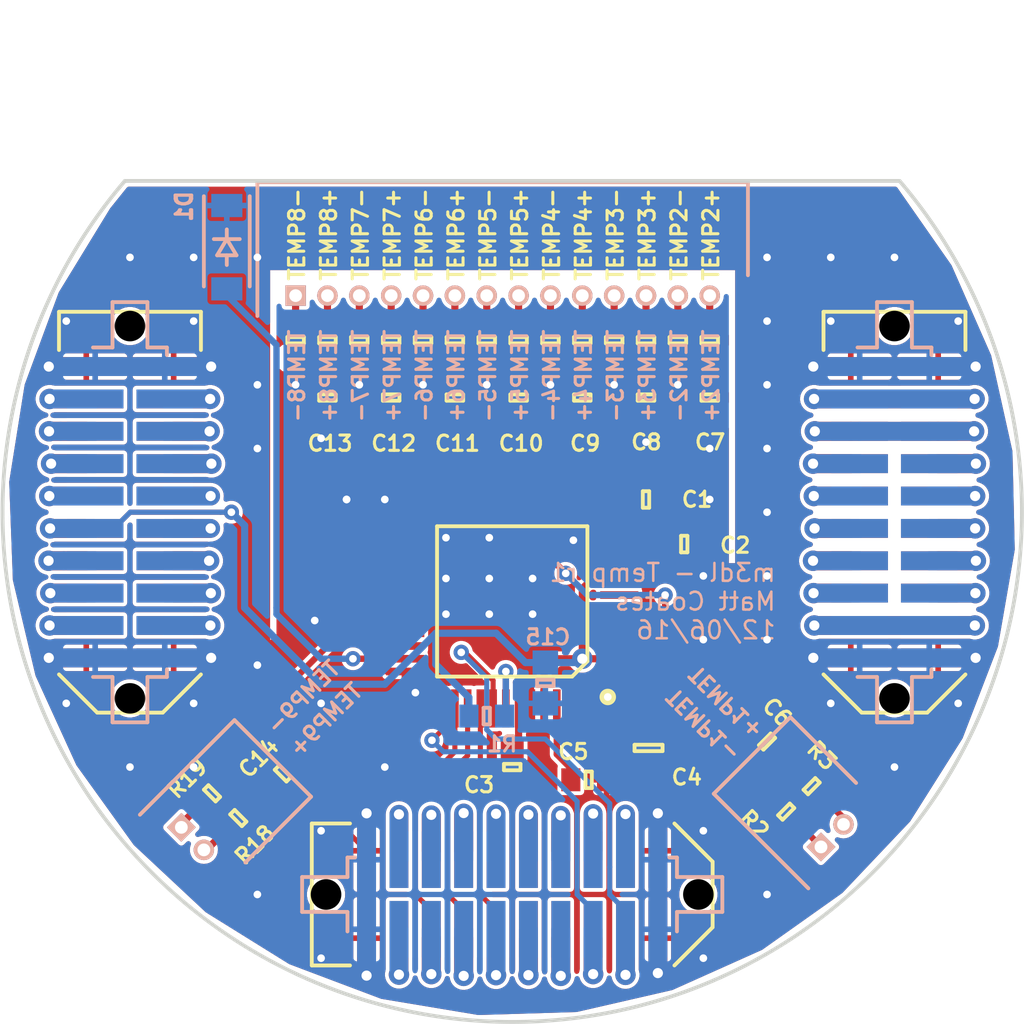
<source format=kicad_pcb>
(kicad_pcb (version 4) (host pcbnew 4.0.2+e4-6225~38~ubuntu14.04.1-stable)
  (layers (0 F.Cu signal) (31 B.Cu signal) (34 B.Paste user hide) (35 F.Paste user hide) (36 B.SilkS user) (37 F.SilkS user) (38 B.Mask user hide) (39 F.Mask user hide) (44 Edge.Cuts user))
  (net 0 "")
  (net 1 GND)
  (net 2 3v3)
  (net 3 "Net-(IC1-Pad10)")
  (net 4 "Net-(C2-Pad2)")
  (net 5 "Net-(C1-Pad2)")
  (net 6 /CH1+)
  (net 7 /CH2+)
  (net 8 /CH3+)
  (net 9 /CH4+)
  (net 10 /CH5+)
  (net 11 /CH6+)
  (net 12 /CH7+)
  (net 13 /CH8+)
  (net 14 /CH9+)
  (net 15 "Net-(IC1-Pad34)")
  (net 16 "Net-(D1-Pad2)")
  (net 17 /TEMP_INT)
  (net 18 /SPI1_SCK)
  (net 19 /SPI1_MISO)
  (net 20 /SPI1_MOSI)
  (net 21 /SPI1_CS)
  (net 22 "Net-(IC1-Pad42)")
  (net 23 "Net-(C3-Pad2)")
  (net 24 "Net-(C5-Pad1)")
  (net 25 "Net-(C4-Pad2)")
  (net 26 "Net-(C4-Pad1)")
  (net 27 /3v3_IMU)
  (net 28 /JTMS)
  (net 29 /3v3_RADIO)
  (net 30 /JTCK)
  (net 31 /3v3_FC)
  (net 32 /JTDI)
  (net 33 /3v3_PYRO)
  (net 34 /JTDR)
  (net 35 /RSVD1)
  (net 36 /3v3_AUX1)
  (net 37 /5v_CAN)
  (net 38 /3v3_AUX2)
  (net 39 /CAN-)
  (net 40 /RSVD2)
  (net 41 /CAN+)
  (net 42 /PYRO_SO)
  (net 43 /PYRO_SI)
  (net 44 /5v_RADIO)
  (net 45 /PYRO1)
  (net 46 /5v_IMU)
  (net 47 /PYRO2)
  (net 48 /5v_AUX1)
  (net 49 /PYRO3)
  (net 50 /5v_AUX2)
  (net 51 /PYRO4)
  (net 52 /5v_CAM)
  (net 53 /PWR)
  (net 54 /CHARGE)
  (net 55 /PRESSURE3)
  (net 56 /STRAIN1)
  (net 57 /STRAIN2)
  (net 58 /STRAIN3)
  (net 59 /STRAIN4)
  (net 60 /PRESSURE4)
  (net 61 /STRAIN5)
  (net 62 /PRESSURE5)
  (net 63 /STRAIN6)
  (net 64 /PRESSURE1)
  (net 65 /PRESSURE2)
  (net 66 /TEMP1+)
  (net 67 /TEMP1-)
  (net 68 /TEMP2+)
  (net 69 /TEMP2-)
  (net 70 /TEMP3+)
  (net 71 /TEMP3-)
  (net 72 /TEMP4+)
  (net 73 /TEMP4-)
  (net 74 /TEMP5+)
  (net 75 /TEMP5-)
  (net 76 /TEMP6+)
  (net 77 /TEMP6-)
  (net 78 /TEMP7+)
  (net 79 /TEMP7-)
  (net 80 /TEMP8+)
  (net 81 /TEMP8-)
  (net 82 /TEMP9+)
  (net 83 /TEMP9-)
  (module LQFP-48 (layer F.Cu) (at 100 103.5 180)
    (fp_text reference IC1)
    (fp_text value LTC2983)
    (pad 1 smd rect (at -4.2 -2.75 180) (size 1.5 0.3) (layers F.Cu F.Paste F.Mask) (net 1 GND))
    (pad 2 smd rect (at -4.2 -2.25 180) (size 1.5 0.3) (layers F.Cu F.Paste F.Mask) (net 2 3v3))
    (pad 3 smd rect (at -4.2 -1.75 180) (size 1.5 0.3) (layers F.Cu F.Paste F.Mask) (net 1 GND))
    (pad 4 smd rect (at -4.2 -1.25 180) (size 1.5 0.3) (layers F.Cu F.Paste F.Mask) (net 2 3v3))
    (pad 5 smd rect (at -4.2 -0.75 180) (size 1.5 0.3) (layers F.Cu F.Paste F.Mask) (net 1 GND))
    (pad 6 smd rect (at -4.2 -0.25 180) (size 1.5 0.3) (layers F.Cu F.Paste F.Mask) (net 2 3v3))
    (pad 7 smd rect (at -4.2 0.25 180) (size 1.5 0.3) (layers F.Cu F.Paste F.Mask) (net 1 GND))
    (pad 8 smd rect (at -4.2 0.75 180) (size 1.5 0.3) (layers F.Cu F.Paste F.Mask) (net 2 3v3))
    (pad 9 smd rect (at -4.2 1.25 180) (size 1.5 0.3) (layers F.Cu F.Paste F.Mask) (net 1 GND))
    (pad 10 smd rect (at -4.2 1.75 180) (size 1.5 0.3) (layers F.Cu F.Paste F.Mask) (net 3 "Net-(IC1-Pad10)"))
    (pad 11 smd rect (at -4.2 2.25 180) (size 1.5 0.3) (layers F.Cu F.Paste F.Mask) (net 4 "Net-(C2-Pad2)"))
    (pad 12 smd rect (at -4.2 2.75 180) (size 1.5 0.3) (layers F.Cu F.Paste F.Mask) (net 1 GND))
    (pad 13 smd rect (at -2.75 4.2 180) (size 0.3 1.5) (layers F.Cu F.Paste F.Mask) (net 5 "Net-(C1-Pad2)"))
    (pad 14 smd rect (at -2.25 4.2 180) (size 0.3 1.5) (layers F.Cu F.Paste F.Mask) (net 5 "Net-(C1-Pad2)"))
    (pad 15 smd rect (at -1.75 4.2 180) (size 0.3 1.5) (layers F.Cu F.Paste F.Mask) (net 1 GND))
    (pad 16 smd rect (at -1.25 4.2 180) (size 0.3 1.5) (layers F.Cu F.Paste F.Mask) (net 1 GND))
    (pad 17 smd rect (at -0.75 4.2 180) (size 0.3 1.5) (layers F.Cu F.Paste F.Mask) (net 6 /CH1+))
    (pad 18 smd rect (at -0.25 4.2 180) (size 0.3 1.5) (layers F.Cu F.Paste F.Mask) (net 1 GND))
    (pad 19 smd rect (at 0.25 4.2 180) (size 0.3 1.5) (layers F.Cu F.Paste F.Mask) (net 7 /CH2+))
    (pad 20 smd rect (at 0.75 4.2 180) (size 0.3 1.5) (layers F.Cu F.Paste F.Mask) (net 1 GND))
    (pad 21 smd rect (at 1.25 4.2 180) (size 0.3 1.5) (layers F.Cu F.Paste F.Mask) (net 8 /CH3+))
    (pad 22 smd rect (at 1.75 4.2 180) (size 0.3 1.5) (layers F.Cu F.Paste F.Mask) (net 1 GND))
    (pad 23 smd rect (at 2.25 4.2 180) (size 0.3 1.5) (layers F.Cu F.Paste F.Mask) (net 9 /CH4+))
    (pad 24 smd rect (at 2.75 4.2 180) (size 0.3 1.5) (layers F.Cu F.Paste F.Mask) (net 1 GND))
    (pad 25 smd rect (at 4.2 2.75 180) (size 1.5 0.3) (layers F.Cu F.Paste F.Mask) (net 10 /CH5+))
    (pad 26 smd rect (at 4.2 2.25 180) (size 1.5 0.3) (layers F.Cu F.Paste F.Mask) (net 1 GND))
    (pad 27 smd rect (at 4.2 1.75 180) (size 1.5 0.3) (layers F.Cu F.Paste F.Mask) (net 11 /CH6+))
    (pad 28 smd rect (at 4.2 1.25 180) (size 1.5 0.3) (layers F.Cu F.Paste F.Mask) (net 1 GND))
    (pad 29 smd rect (at 4.2 0.75 180) (size 1.5 0.3) (layers F.Cu F.Paste F.Mask) (net 12 /CH7+))
    (pad 30 smd rect (at 4.2 0.25 180) (size 1.5 0.3) (layers F.Cu F.Paste F.Mask) (net 1 GND))
    (pad 31 smd rect (at 4.2 -0.25 180) (size 1.5 0.3) (layers F.Cu F.Paste F.Mask) (net 13 /CH8+))
    (pad 32 smd rect (at 4.2 -0.75 180) (size 1.5 0.3) (layers F.Cu F.Paste F.Mask) (net 1 GND))
    (pad 33 smd rect (at 4.2 -1.25 180) (size 1.5 0.3) (layers F.Cu F.Paste F.Mask) (net 14 /CH9+))
    (pad 34 smd rect (at 4.2 -1.75 180) (size 1.5 0.3) (layers F.Cu F.Paste F.Mask) (net 15 "Net-(IC1-Pad34)"))
    (pad 35 smd rect (at 4.2 -2.25 180) (size 1.5 0.3) (layers F.Cu F.Paste F.Mask) (net 16 "Net-(D1-Pad2)"))
    (pad 36 smd rect (at 4.2 -2.75 180) (size 1.5 0.3) (layers F.Cu F.Paste F.Mask) (net 1 GND))
    (pad 37 smd rect (at 2.75 -4.2 180) (size 0.3 1.5) (layers F.Cu F.Paste F.Mask) (net 17 /TEMP_INT))
    (pad 38 smd rect (at 2.25 -4.2 180) (size 0.3 1.5) (layers F.Cu F.Paste F.Mask) (net 18 /SPI1_SCK))
    (pad 39 smd rect (at 1.75 -4.2 180) (size 0.3 1.5) (layers F.Cu F.Paste F.Mask) (net 19 /SPI1_MISO))
    (pad 40 smd rect (at 1.25 -4.2 180) (size 0.3 1.5) (layers F.Cu F.Paste F.Mask) (net 20 /SPI1_MOSI))
    (pad 41 smd rect (at 0.75 -4.2 180) (size 0.3 1.5) (layers F.Cu F.Paste F.Mask) (net 21 /SPI1_CS))
    (pad 42 smd rect (at 0.25 -4.2 180) (size 0.3 1.5) (layers F.Cu F.Paste F.Mask) (net 22 "Net-(IC1-Pad42)"))
    (pad 43 smd rect (at -0.25 -4.2 180) (size 0.3 1.5) (layers F.Cu F.Paste F.Mask) (net 23 "Net-(C3-Pad2)"))
    (pad 44 smd rect (at -0.75 -4.2 180) (size 0.3 1.5) (layers F.Cu F.Paste F.Mask) (net 1 GND))
    (pad 45 smd rect (at -1.25 -4.2 180) (size 0.3 1.5) (layers F.Cu F.Paste F.Mask) (net 2 3v3))
    (pad 46 smd rect (at -1.75 -4.2 180) (size 0.3 1.5) (layers F.Cu F.Paste F.Mask) (net 24 "Net-(C5-Pad1)"))
    (pad 47 smd rect (at -2.25 -4.2 180) (size 0.3 1.5) (layers F.Cu F.Paste F.Mask) (net 25 "Net-(C4-Pad2)"))
    (pad 48 smd rect (at -2.75 -4.2 180) (size 0.3 1.5) (layers F.Cu F.Paste F.Mask) (net 26 "Net-(C4-Pad1)"))
  )
  (module Connectors_Molex:Connector_Molex_PicoBlade_53048-0210 (layer B.Cu) (at 112.116117 113.133883 45)
    (fp_text reference J7 hide)
    (fp_text value TEMP1)
    (pad 1 thru_hole rect (at 0 0 45) (size 0.8 0.8) (drill 0.5) (layers *.Cu *.Mask B.SilkS) (net 67 /TEMP1-))
    (pad 2 thru_hole oval (at 1.25 0 45) (size 0.8 0.8) (drill 0.5) (layers *.Cu *.Mask B.SilkS) (net 66 /TEMP1+))
  )
  (module Connectors_Molex:Connector_Molex_PicoBlade_53048-0210 (layer B.Cu) (at 87.016117 112.366117 315)
    (fp_text reference J8 hide)
    (fp_text value TEMP9)
    (pad 1 thru_hole rect (at 0 0 315) (size 0.8 0.8) (drill 0.5) (layers *.Cu *.Mask B.SilkS) (net 83 /TEMP9-))
    (pad 2 thru_hole oval (at 1.25 0 315) (size 0.8 0.8) (drill 0.5) (layers *.Cu *.Mask B.SilkS) (net 82 /TEMP9+))
  )
  (module Connectors_Molex:Connector_Molex_PicoBlade_53048-1410 (layer B.Cu) (at 91.5 91.5)
    (fp_text reference J9 hide)
    (fp_text value TEMP2-8)
    (pad 1 thru_hole rect (at 0 0) (size 0.8 0.8) (drill 0.5) (layers *.Cu *.Mask B.SilkS) (net 81 /TEMP8-))
    (pad 2 thru_hole oval (at 1.25 0) (size 0.8 0.8) (drill 0.5) (layers *.Cu *.Mask B.SilkS) (net 80 /TEMP8+))
    (pad 3 thru_hole oval (at 2.5 0) (size 0.8 0.8) (drill 0.5) (layers *.Cu *.Mask B.SilkS) (net 79 /TEMP7-))
    (pad 4 thru_hole oval (at 3.75 0) (size 0.8 0.8) (drill 0.5) (layers *.Cu *.Mask B.SilkS) (net 78 /TEMP7+))
    (pad 5 thru_hole oval (at 5 0) (size 0.8 0.8) (drill 0.5) (layers *.Cu *.Mask B.SilkS) (net 77 /TEMP6-))
    (pad 6 thru_hole oval (at 6.25 0) (size 0.8 0.8) (drill 0.5) (layers *.Cu *.Mask B.SilkS) (net 76 /TEMP6+))
    (pad 7 thru_hole oval (at 7.5 0) (size 0.8 0.8) (drill 0.5) (layers *.Cu *.Mask B.SilkS) (net 75 /TEMP5-))
    (pad 8 thru_hole oval (at 8.75 0) (size 0.8 0.8) (drill 0.5) (layers *.Cu *.Mask B.SilkS) (net 74 /TEMP5+))
    (pad 9 thru_hole oval (at 10 0) (size 0.8 0.8) (drill 0.5) (layers *.Cu *.Mask B.SilkS) (net 73 /TEMP4-))
    (pad 10 thru_hole oval (at 11.25 0) (size 0.8 0.8) (drill 0.5) (layers *.Cu *.Mask B.SilkS) (net 72 /TEMP4+))
    (pad 11 thru_hole oval (at 12.5 0) (size 0.8 0.8) (drill 0.5) (layers *.Cu *.Mask B.SilkS) (net 71 /TEMP3-))
    (pad 12 thru_hole oval (at 13.75 0) (size 0.8 0.8) (drill 0.5) (layers *.Cu *.Mask B.SilkS) (net 70 /TEMP3+))
    (pad 13 thru_hole oval (at 15 0) (size 0.8 0.8) (drill 0.5) (layers *.Cu *.Mask B.SilkS) (net 69 /TEMP2-))
    (pad 14 thru_hole oval (at 16.25 0) (size 0.8 0.8) (drill 0.5) (layers *.Cu *.Mask B.SilkS) (net 68 /TEMP2+))
  )
  (module agg:TFML-110-02-L-D (layer F.Cu) (at 85 100 270)
    (fp_text reference J1)
    (fp_text value "WEST TOP")
    (pad 1 smd rect (at -5.715 1.715 270) (size 0.74 2.92) (layers F.Cu F.Paste F.Mask) (net 1 GND))
    (pad 2 smd rect (at -5.715 -1.715 270) (size 0.74 2.92) (layers F.Cu F.Paste F.Mask) (net 1 GND))
    (pad 3 smd rect (at -4.445 1.715 270) (size 0.74 2.92) (layers F.Cu F.Paste F.Mask) (net 27 /3v3_IMU))
    (pad 4 smd rect (at -4.445 -1.715 270) (size 0.74 2.92) (layers F.Cu F.Paste F.Mask) (net 28 /JTMS))
    (pad 5 smd rect (at -3.175 1.715 270) (size 0.74 2.92) (layers F.Cu F.Paste F.Mask) (net 29 /3v3_RADIO))
    (pad 6 smd rect (at -3.175 -1.715 270) (size 0.74 2.92) (layers F.Cu F.Paste F.Mask) (net 30 /JTCK))
    (pad 7 smd rect (at -1.905 1.715 270) (size 0.74 2.92) (layers F.Cu F.Paste F.Mask) (net 31 /3v3_FC))
    (pad 8 smd rect (at -1.905 -1.715 270) (size 0.74 2.92) (layers F.Cu F.Paste F.Mask) (net 32 /JTDI))
    (pad 9 smd rect (at -0.635 1.715 270) (size 0.74 2.92) (layers F.Cu F.Paste F.Mask) (net 33 /3v3_PYRO))
    (pad 10 smd rect (at -0.635 -1.715 270) (size 0.74 2.92) (layers F.Cu F.Paste F.Mask) (net 34 /JTDR))
    (pad 11 smd rect (at 0.635 1.715 270) (size 0.74 2.92) (layers F.Cu F.Paste F.Mask) (net 2 3v3))
    (pad 12 smd rect (at 0.635 -1.715 270) (size 0.74 2.92) (layers F.Cu F.Paste F.Mask) (net 35 /RSVD1))
    (pad 13 smd rect (at 1.905 1.715 270) (size 0.74 2.92) (layers F.Cu F.Paste F.Mask) (net 36 /3v3_AUX1))
    (pad 14 smd rect (at 1.905 -1.715 270) (size 0.74 2.92) (layers F.Cu F.Paste F.Mask) (net 37 /5v_CAN))
    (pad 15 smd rect (at 3.175 1.715 270) (size 0.74 2.92) (layers F.Cu F.Paste F.Mask) (net 38 /3v3_AUX2))
    (pad 16 smd rect (at 3.175 -1.715 270) (size 0.74 2.92) (layers F.Cu F.Paste F.Mask) (net 39 /CAN-))
    (pad 17 smd rect (at 4.445 1.715 270) (size 0.74 2.92) (layers F.Cu F.Paste F.Mask) (net 40 /RSVD2))
    (pad 18 smd rect (at 4.445 -1.715 270) (size 0.74 2.92) (layers F.Cu F.Paste F.Mask) (net 41 /CAN+))
    (pad 19 smd rect (at 5.715 1.715 270) (size 0.74 2.92) (layers F.Cu F.Paste F.Mask) (net 1 GND))
    (pad 20 smd rect (at 5.715 -1.715 270) (size 0.74 2.92) (layers F.Cu F.Paste F.Mask) (net 1 GND))
  )
  (module agg:TFML-110-02-L-D (layer F.Cu) (at 115 100 270)
    (fp_text reference J2)
    (fp_text value "EAST TOP")
    (pad 1 smd rect (at -5.715 1.715 270) (size 0.74 2.92) (layers F.Cu F.Paste F.Mask) (net 1 GND))
    (pad 2 smd rect (at -5.715 -1.715 270) (size 0.74 2.92) (layers F.Cu F.Paste F.Mask) (net 1 GND))
    (pad 3 smd rect (at -4.445 1.715 270) (size 0.74 2.92) (layers F.Cu F.Paste F.Mask) (net 42 /PYRO_SO))
    (pad 4 smd rect (at -4.445 -1.715 270) (size 0.74 2.92) (layers F.Cu F.Paste F.Mask) (net 42 /PYRO_SO))
    (pad 5 smd rect (at -3.175 1.715 270) (size 0.74 2.92) (layers F.Cu F.Paste F.Mask) (net 43 /PYRO_SI))
    (pad 6 smd rect (at -3.175 -1.715 270) (size 0.74 2.92) (layers F.Cu F.Paste F.Mask) (net 43 /PYRO_SI))
    (pad 7 smd rect (at -1.905 1.715 270) (size 0.74 2.92) (layers F.Cu F.Paste F.Mask) (net 44 /5v_RADIO))
    (pad 8 smd rect (at -1.905 -1.715 270) (size 0.74 2.92) (layers F.Cu F.Paste F.Mask) (net 45 /PYRO1))
    (pad 9 smd rect (at -0.635 1.715 270) (size 0.74 2.92) (layers F.Cu F.Paste F.Mask) (net 46 /5v_IMU))
    (pad 10 smd rect (at -0.635 -1.715 270) (size 0.74 2.92) (layers F.Cu F.Paste F.Mask) (net 47 /PYRO2))
    (pad 11 smd rect (at 0.635 1.715 270) (size 0.74 2.92) (layers F.Cu F.Paste F.Mask) (net 48 /5v_AUX1))
    (pad 12 smd rect (at 0.635 -1.715 270) (size 0.74 2.92) (layers F.Cu F.Paste F.Mask) (net 49 /PYRO3))
    (pad 13 smd rect (at 1.905 1.715 270) (size 0.74 2.92) (layers F.Cu F.Paste F.Mask) (net 50 /5v_AUX2))
    (pad 14 smd rect (at 1.905 -1.715 270) (size 0.74 2.92) (layers F.Cu F.Paste F.Mask) (net 51 /PYRO4))
    (pad 15 smd rect (at 3.175 1.715 270) (size 0.74 2.92) (layers F.Cu F.Paste F.Mask) (net 52 /5v_CAM))
    (pad 16 smd rect (at 3.175 -1.715 270) (size 0.74 2.92) (layers F.Cu F.Paste F.Mask) (net 53 /PWR))
    (pad 17 smd rect (at 4.445 1.715 270) (size 0.74 2.92) (layers F.Cu F.Paste F.Mask) (net 54 /CHARGE))
    (pad 18 smd rect (at 4.445 -1.715 270) (size 0.74 2.92) (layers F.Cu F.Paste F.Mask) (net 54 /CHARGE))
    (pad 19 smd rect (at 5.715 1.715 270) (size 0.74 2.92) (layers F.Cu F.Paste F.Mask) (net 1 GND))
    (pad 20 smd rect (at 5.715 -1.715 270) (size 0.74 2.92) (layers F.Cu F.Paste F.Mask) (net 1 GND))
  )
  (module agg:SFML-110-02-L-D-LC (layer B.Cu) (at 85 100 270)
    (fp_text reference J3)
    (fp_text value "WEST BOT")
    (pad 1 smd rect (at -5.715 1.365 270) (size 0.74 2.22) (layers B.Cu B.Paste B.Mask) (net 1 GND))
    (pad 2 smd rect (at -5.715 -1.365 270) (size 0.74 2.22) (layers B.Cu B.Paste B.Mask) (net 1 GND))
    (pad 3 smd rect (at -4.445 1.365 270) (size 0.74 2.22) (layers B.Cu B.Paste B.Mask) (net 27 /3v3_IMU))
    (pad 4 smd rect (at -4.445 -1.365 270) (size 0.74 2.22) (layers B.Cu B.Paste B.Mask) (net 28 /JTMS))
    (pad 5 smd rect (at -3.175 1.365 270) (size 0.74 2.22) (layers B.Cu B.Paste B.Mask) (net 29 /3v3_RADIO))
    (pad 6 smd rect (at -3.175 -1.365 270) (size 0.74 2.22) (layers B.Cu B.Paste B.Mask) (net 30 /JTCK))
    (pad 7 smd rect (at -1.905 1.365 270) (size 0.74 2.22) (layers B.Cu B.Paste B.Mask) (net 31 /3v3_FC))
    (pad 8 smd rect (at -1.905 -1.365 270) (size 0.74 2.22) (layers B.Cu B.Paste B.Mask) (net 32 /JTDI))
    (pad 9 smd rect (at -0.635 1.365 270) (size 0.74 2.22) (layers B.Cu B.Paste B.Mask) (net 33 /3v3_PYRO))
    (pad 10 smd rect (at -0.635 -1.365 270) (size 0.74 2.22) (layers B.Cu B.Paste B.Mask) (net 34 /JTDR))
    (pad 11 smd rect (at 0.635 1.365 270) (size 0.74 2.22) (layers B.Cu B.Paste B.Mask) (net 2 3v3))
    (pad 12 smd rect (at 0.635 -1.365 270) (size 0.74 2.22) (layers B.Cu B.Paste B.Mask) (net 35 /RSVD1))
    (pad 13 smd rect (at 1.905 1.365 270) (size 0.74 2.22) (layers B.Cu B.Paste B.Mask) (net 36 /3v3_AUX1))
    (pad 14 smd rect (at 1.905 -1.365 270) (size 0.74 2.22) (layers B.Cu B.Paste B.Mask) (net 37 /5v_CAN))
    (pad 15 smd rect (at 3.175 1.365 270) (size 0.74 2.22) (layers B.Cu B.Paste B.Mask) (net 38 /3v3_AUX2))
    (pad 16 smd rect (at 3.175 -1.365 270) (size 0.74 2.22) (layers B.Cu B.Paste B.Mask) (net 39 /CAN-))
    (pad 17 smd rect (at 4.445 1.365 270) (size 0.74 2.22) (layers B.Cu B.Paste B.Mask) (net 40 /RSVD2))
    (pad 18 smd rect (at 4.445 -1.365 270) (size 0.74 2.22) (layers B.Cu B.Paste B.Mask) (net 41 /CAN+))
    (pad 19 smd rect (at 5.715 1.365 270) (size 0.74 2.22) (layers B.Cu B.Paste B.Mask) (net 1 GND))
    (pad 20 smd rect (at 5.715 -1.365 270) (size 0.74 2.22) (layers B.Cu B.Paste B.Mask) (net 1 GND))
    (pad "" np_thru_hole circle (at 7.305 0 270) (size 1.2 1.2) (drill 1.2) (layers *.Mask))
    (pad "" np_thru_hole circle (at -7.305 0 270) (size 1.2 1.2) (drill 1.2) (layers *.Mask))
  )
  (module agg:SFML-110-02-L-D-LC (layer B.Cu) (at 115 100 270)
    (fp_text reference J4)
    (fp_text value "EAST BOT")
    (pad 1 smd rect (at -5.715 1.365 270) (size 0.74 2.22) (layers B.Cu B.Paste B.Mask) (net 1 GND))
    (pad 2 smd rect (at -5.715 -1.365 270) (size 0.74 2.22) (layers B.Cu B.Paste B.Mask) (net 1 GND))
    (pad 3 smd rect (at -4.445 1.365 270) (size 0.74 2.22) (layers B.Cu B.Paste B.Mask) (net 42 /PYRO_SO))
    (pad 4 smd rect (at -4.445 -1.365 270) (size 0.74 2.22) (layers B.Cu B.Paste B.Mask) (net 42 /PYRO_SO))
    (pad 5 smd rect (at -3.175 1.365 270) (size 0.74 2.22) (layers B.Cu B.Paste B.Mask) (net 43 /PYRO_SI))
    (pad 6 smd rect (at -3.175 -1.365 270) (size 0.74 2.22) (layers B.Cu B.Paste B.Mask) (net 43 /PYRO_SI))
    (pad 7 smd rect (at -1.905 1.365 270) (size 0.74 2.22) (layers B.Cu B.Paste B.Mask) (net 44 /5v_RADIO))
    (pad 8 smd rect (at -1.905 -1.365 270) (size 0.74 2.22) (layers B.Cu B.Paste B.Mask) (net 45 /PYRO1))
    (pad 9 smd rect (at -0.635 1.365 270) (size 0.74 2.22) (layers B.Cu B.Paste B.Mask) (net 46 /5v_IMU))
    (pad 10 smd rect (at -0.635 -1.365 270) (size 0.74 2.22) (layers B.Cu B.Paste B.Mask) (net 47 /PYRO2))
    (pad 11 smd rect (at 0.635 1.365 270) (size 0.74 2.22) (layers B.Cu B.Paste B.Mask) (net 48 /5v_AUX1))
    (pad 12 smd rect (at 0.635 -1.365 270) (size 0.74 2.22) (layers B.Cu B.Paste B.Mask) (net 49 /PYRO3))
    (pad 13 smd rect (at 1.905 1.365 270) (size 0.74 2.22) (layers B.Cu B.Paste B.Mask) (net 50 /5v_AUX2))
    (pad 14 smd rect (at 1.905 -1.365 270) (size 0.74 2.22) (layers B.Cu B.Paste B.Mask) (net 51 /PYRO4))
    (pad 15 smd rect (at 3.175 1.365 270) (size 0.74 2.22) (layers B.Cu B.Paste B.Mask) (net 52 /5v_CAM))
    (pad 16 smd rect (at 3.175 -1.365 270) (size 0.74 2.22) (layers B.Cu B.Paste B.Mask) (net 53 /PWR))
    (pad 17 smd rect (at 4.445 1.365 270) (size 0.74 2.22) (layers B.Cu B.Paste B.Mask) (net 54 /CHARGE))
    (pad 18 smd rect (at 4.445 -1.365 270) (size 0.74 2.22) (layers B.Cu B.Paste B.Mask) (net 54 /CHARGE))
    (pad 19 smd rect (at 5.715 1.365 270) (size 0.74 2.22) (layers B.Cu B.Paste B.Mask) (net 1 GND))
    (pad 20 smd rect (at 5.715 -1.365 270) (size 0.74 2.22) (layers B.Cu B.Paste B.Mask) (net 1 GND))
    (pad "" np_thru_hole circle (at 7.305 0 270) (size 1.2 1.2) (drill 1.2) (layers *.Mask))
    (pad "" np_thru_hole circle (at -7.305 0 270) (size 1.2 1.2) (drill 1.2) (layers *.Mask))
  )
  (module agg:TFML-110-02-L-D (layer F.Cu) (at 100 115)
    (fp_text reference J5)
    (fp_text value "SOUTH TOP")
    (pad 1 smd rect (at -5.715 1.715) (size 0.74 2.92) (layers F.Cu F.Paste F.Mask) (net 1 GND))
    (pad 2 smd rect (at -5.715 -1.715) (size 0.74 2.92) (layers F.Cu F.Paste F.Mask) (net 1 GND))
    (pad 3 smd rect (at -4.445 1.715) (size 0.74 2.92) (layers F.Cu F.Paste F.Mask) (net 55 /PRESSURE3))
    (pad 4 smd rect (at -4.445 -1.715) (size 0.74 2.92) (layers F.Cu F.Paste F.Mask) (net 56 /STRAIN1))
    (pad 5 smd rect (at -3.175 1.715) (size 0.74 2.92) (layers F.Cu F.Paste F.Mask) (net 18 /SPI1_SCK))
    (pad 6 smd rect (at -3.175 -1.715) (size 0.74 2.92) (layers F.Cu F.Paste F.Mask) (net 57 /STRAIN2))
    (pad 7 smd rect (at -1.905 1.715) (size 0.74 2.92) (layers F.Cu F.Paste F.Mask) (net 19 /SPI1_MISO))
    (pad 8 smd rect (at -1.905 -1.715) (size 0.74 2.92) (layers F.Cu F.Paste F.Mask) (net 58 /STRAIN3))
    (pad 9 smd rect (at -0.635 1.715) (size 0.74 2.92) (layers F.Cu F.Paste F.Mask) (net 20 /SPI1_MOSI))
    (pad 10 smd rect (at -0.635 -1.715) (size 0.74 2.92) (layers F.Cu F.Paste F.Mask) (net 59 /STRAIN4))
    (pad 11 smd rect (at 0.635 1.715) (size 0.74 2.92) (layers F.Cu F.Paste F.Mask) (net 60 /PRESSURE4))
    (pad 12 smd rect (at 0.635 -1.715) (size 0.74 2.92) (layers F.Cu F.Paste F.Mask) (net 61 /STRAIN5))
    (pad 13 smd rect (at 1.905 1.715) (size 0.74 2.92) (layers F.Cu F.Paste F.Mask) (net 62 /PRESSURE5))
    (pad 14 smd rect (at 1.905 -1.715) (size 0.74 2.92) (layers F.Cu F.Paste F.Mask) (net 63 /STRAIN6))
    (pad 15 smd rect (at 3.175 1.715) (size 0.74 2.92) (layers F.Cu F.Paste F.Mask) (net 17 /TEMP_INT))
    (pad 16 smd rect (at 3.175 -1.715) (size 0.74 2.92) (layers F.Cu F.Paste F.Mask) (net 64 /PRESSURE1))
    (pad 17 smd rect (at 4.445 1.715) (size 0.74 2.92) (layers F.Cu F.Paste F.Mask) (net 21 /SPI1_CS))
    (pad 18 smd rect (at 4.445 -1.715) (size 0.74 2.92) (layers F.Cu F.Paste F.Mask) (net 65 /PRESSURE2))
    (pad 19 smd rect (at 5.715 1.715) (size 0.74 2.92) (layers F.Cu F.Paste F.Mask) (net 1 GND))
    (pad 20 smd rect (at 5.715 -1.715) (size 0.74 2.92) (layers F.Cu F.Paste F.Mask) (net 1 GND))
  )
  (module agg:SFML-110-02-L-D-LC (layer B.Cu) (at 100 115)
    (fp_text reference J6)
    (fp_text value "SOUTH BOT")
    (pad 1 smd rect (at -5.715 1.365) (size 0.74 2.22) (layers B.Cu B.Paste B.Mask) (net 1 GND))
    (pad 2 smd rect (at -5.715 -1.365) (size 0.74 2.22) (layers B.Cu B.Paste B.Mask) (net 1 GND))
    (pad 3 smd rect (at -4.445 1.365) (size 0.74 2.22) (layers B.Cu B.Paste B.Mask) (net 55 /PRESSURE3))
    (pad 4 smd rect (at -4.445 -1.365) (size 0.74 2.22) (layers B.Cu B.Paste B.Mask) (net 56 /STRAIN1))
    (pad 5 smd rect (at -3.175 1.365) (size 0.74 2.22) (layers B.Cu B.Paste B.Mask) (net 18 /SPI1_SCK))
    (pad 6 smd rect (at -3.175 -1.365) (size 0.74 2.22) (layers B.Cu B.Paste B.Mask) (net 57 /STRAIN2))
    (pad 7 smd rect (at -1.905 1.365) (size 0.74 2.22) (layers B.Cu B.Paste B.Mask) (net 19 /SPI1_MISO))
    (pad 8 smd rect (at -1.905 -1.365) (size 0.74 2.22) (layers B.Cu B.Paste B.Mask) (net 58 /STRAIN3))
    (pad 9 smd rect (at -0.635 1.365) (size 0.74 2.22) (layers B.Cu B.Paste B.Mask) (net 20 /SPI1_MOSI))
    (pad 10 smd rect (at -0.635 -1.365) (size 0.74 2.22) (layers B.Cu B.Paste B.Mask) (net 59 /STRAIN4))
    (pad 11 smd rect (at 0.635 1.365) (size 0.74 2.22) (layers B.Cu B.Paste B.Mask) (net 60 /PRESSURE4))
    (pad 12 smd rect (at 0.635 -1.365) (size 0.74 2.22) (layers B.Cu B.Paste B.Mask) (net 61 /STRAIN5))
    (pad 13 smd rect (at 1.905 1.365) (size 0.74 2.22) (layers B.Cu B.Paste B.Mask) (net 62 /PRESSURE5))
    (pad 14 smd rect (at 1.905 -1.365) (size 0.74 2.22) (layers B.Cu B.Paste B.Mask) (net 63 /STRAIN6))
    (pad 15 smd rect (at 3.175 1.365) (size 0.74 2.22) (layers B.Cu B.Paste B.Mask) (net 17 /TEMP_INT))
    (pad 16 smd rect (at 3.175 -1.365) (size 0.74 2.22) (layers B.Cu B.Paste B.Mask) (net 64 /PRESSURE1))
    (pad 17 smd rect (at 4.445 1.365) (size 0.74 2.22) (layers B.Cu B.Paste B.Mask) (net 21 /SPI1_CS))
    (pad 18 smd rect (at 4.445 -1.365) (size 0.74 2.22) (layers B.Cu B.Paste B.Mask) (net 65 /PRESSURE2))
    (pad 19 smd rect (at 5.715 1.365) (size 0.74 2.22) (layers B.Cu B.Paste B.Mask) (net 1 GND))
    (pad 20 smd rect (at 5.715 -1.365) (size 0.74 2.22) (layers B.Cu B.Paste B.Mask) (net 1 GND))
    (pad "" np_thru_hole circle (at 7.305 0) (size 1.2 1.2) (drill 1.2) (layers *.Mask))
    (pad "" np_thru_hole circle (at -7.305 0) (size 1.2 1.2) (drill 1.2) (layers *.Mask))
  )
  (module Diodes_SMD:SOD-123 (layer B.Cu) (at 88.8 89.6 270)
    (fp_text reference D1 (at -1.6 1.7 270) (layer B.SilkS) (effects (font (size 0.6 0.6) (thickness 0.12)) (justify mirror)))
    (fp_text value D)
    (pad 1 smd rect (at -1.635 0 270) (size 0.91 1.22) (layers B.Cu B.Paste B.Mask) (net 1 GND))
    (pad 2 smd rect (at 1.635 0 270) (size 0.91 1.22) (layers B.Cu B.Paste B.Mask) (net 16 "Net-(D1-Pad2)"))
  )
  (module agg:0603-L (layer F.Cu) (at 91.5 93.25 90)
    (fp_text reference R19)
    (fp_text value 3.74K)
    (pad 1 smd rect (at -0.7 0 90) (size 0.75 0.9) (layers F.Cu F.Paste F.Mask) (net 1 GND))
    (pad 2 smd rect (at 0.7 0 90) (size 0.75 0.9) (layers F.Cu F.Paste F.Mask) (net 81 /TEMP8-))
  )
  (module agg:0603-L (layer F.Cu) (at 92.75 93.25 90)
    (fp_text reference R18)
    (fp_text value 3.74K)
    (pad 1 smd rect (at -0.7 0 90) (size 0.75 0.9) (layers F.Cu F.Paste F.Mask) (net 13 /CH8+))
    (pad 2 smd rect (at 0.7 0 90) (size 0.75 0.9) (layers F.Cu F.Paste F.Mask) (net 80 /TEMP8+))
  )
  (module agg:0603-L (layer F.Cu) (at 101.5 93.25 90)
    (fp_text reference R17)
    (fp_text value 3.74K)
    (pad 1 smd rect (at -0.7 0 90) (size 0.75 0.9) (layers F.Cu F.Paste F.Mask) (net 1 GND))
    (pad 2 smd rect (at 0.7 0 90) (size 0.75 0.9) (layers F.Cu F.Paste F.Mask) (net 73 /TEMP4-))
  )
  (module agg:0603-L (layer F.Cu) (at 102.75 93.25 90)
    (fp_text reference R16)
    (fp_text value 3.74K)
    (pad 1 smd rect (at -0.7 0 90) (size 0.75 0.9) (layers F.Cu F.Paste F.Mask) (net 9 /CH4+))
    (pad 2 smd rect (at 0.7 0 90) (size 0.75 0.9) (layers F.Cu F.Paste F.Mask) (net 72 /TEMP4+))
  )
  (module agg:0603-L (layer F.Cu) (at 94 93.25 90)
    (fp_text reference R15)
    (fp_text value 3.74K)
    (pad 1 smd rect (at -0.7 0 90) (size 0.75 0.9) (layers F.Cu F.Paste F.Mask) (net 1 GND))
    (pad 2 smd rect (at 0.7 0 90) (size 0.75 0.9) (layers F.Cu F.Paste F.Mask) (net 79 /TEMP7-))
  )
  (module agg:0603-L (layer F.Cu) (at 95.25 93.25 90)
    (fp_text reference R14)
    (fp_text value 3.74K)
    (pad 1 smd rect (at -0.7 0 90) (size 0.75 0.9) (layers F.Cu F.Paste F.Mask) (net 12 /CH7+))
    (pad 2 smd rect (at 0.7 0 90) (size 0.75 0.9) (layers F.Cu F.Paste F.Mask) (net 78 /TEMP7+))
  )
  (module agg:0603-L (layer F.Cu) (at 104 93.25 90)
    (fp_text reference R13)
    (fp_text value 3.74K)
    (pad 1 smd rect (at -0.7 0 90) (size 0.75 0.9) (layers F.Cu F.Paste F.Mask) (net 1 GND))
    (pad 2 smd rect (at 0.7 0 90) (size 0.75 0.9) (layers F.Cu F.Paste F.Mask) (net 71 /TEMP3-))
  )
  (module agg:0603-L (layer F.Cu) (at 105.25 93.25 90)
    (fp_text reference R12)
    (fp_text value 3.74K)
    (pad 1 smd rect (at -0.7 0 90) (size 0.75 0.9) (layers F.Cu F.Paste F.Mask) (net 8 /CH3+))
    (pad 2 smd rect (at 0.7 0 90) (size 0.75 0.9) (layers F.Cu F.Paste F.Mask) (net 70 /TEMP3+))
  )
  (module agg:0603-L (layer F.Cu) (at 96.5 93.25 90)
    (fp_text reference R11)
    (fp_text value 3.74K)
    (pad 1 smd rect (at -0.7 0 90) (size 0.75 0.9) (layers F.Cu F.Paste F.Mask) (net 1 GND))
    (pad 2 smd rect (at 0.7 0 90) (size 0.75 0.9) (layers F.Cu F.Paste F.Mask) (net 77 /TEMP6-))
  )
  (module agg:0603-L (layer F.Cu) (at 97.75 93.25 90)
    (fp_text reference R10)
    (fp_text value 3.74K)
    (pad 1 smd rect (at -0.7 0 90) (size 0.75 0.9) (layers F.Cu F.Paste F.Mask) (net 11 /CH6+))
    (pad 2 smd rect (at 0.7 0 90) (size 0.75 0.9) (layers F.Cu F.Paste F.Mask) (net 76 /TEMP6+))
  )
  (module agg:0603-L (layer F.Cu) (at 106.5 93.25 90)
    (fp_text reference R9)
    (fp_text value 3.74K)
    (pad 1 smd rect (at -0.7 0 90) (size 0.75 0.9) (layers F.Cu F.Paste F.Mask) (net 1 GND))
    (pad 2 smd rect (at 0.7 0 90) (size 0.75 0.9) (layers F.Cu F.Paste F.Mask) (net 69 /TEMP2-))
  )
  (module agg:0603-L (layer F.Cu) (at 107.75 93.25 90)
    (fp_text reference R8)
    (fp_text value 3.74K)
    (pad 1 smd rect (at -0.7 0 90) (size 0.75 0.9) (layers F.Cu F.Paste F.Mask) (net 7 /CH2+))
    (pad 2 smd rect (at 0.7 0 90) (size 0.75 0.9) (layers F.Cu F.Paste F.Mask) (net 68 /TEMP2+))
  )
  (module agg:0603-L (layer F.Cu) (at 88.21967 111.03033 225)
    (fp_text reference R7)
    (fp_text value 3.74K)
    (pad 1 smd rect (at -0.7 0 225) (size 0.75 0.9) (layers F.Cu F.Paste F.Mask) (net 1 GND))
    (pad 2 smd rect (at 0.7 0 225) (size 0.75 0.9) (layers F.Cu F.Paste F.Mask) (net 83 /TEMP9-))
  )
  (module agg:0603-L (layer F.Cu) (at 89.25 112 225)
    (fp_text reference R6)
    (fp_text value 3.74K)
    (pad 1 smd rect (at -0.7 0 225) (size 0.75 0.9) (layers F.Cu F.Paste F.Mask) (net 14 /CH9+))
    (pad 2 smd rect (at 0.7 0 225) (size 0.75 0.9) (layers F.Cu F.Paste F.Mask) (net 82 /TEMP9+))
  )
  (module agg:0603-L (layer F.Cu) (at 99 93.25 90)
    (fp_text reference R5)
    (fp_text value 3.74K)
    (pad 1 smd rect (at -0.7 0 90) (size 0.75 0.9) (layers F.Cu F.Paste F.Mask) (net 1 GND))
    (pad 2 smd rect (at 0.7 0 90) (size 0.75 0.9) (layers F.Cu F.Paste F.Mask) (net 75 /TEMP5-))
  )
  (module agg:0603-L (layer F.Cu) (at 100.25 93.25 90)
    (fp_text reference R4)
    (fp_text value 3.74K)
    (pad 1 smd rect (at -0.7 0 90) (size 0.75 0.9) (layers F.Cu F.Paste F.Mask) (net 10 /CH5+))
    (pad 2 smd rect (at 0.7 0 90) (size 0.75 0.9) (layers F.Cu F.Paste F.Mask) (net 74 /TEMP5+))
  )
  (module agg:0603-L (layer F.Cu) (at 110.75 111.75 315)
    (fp_text reference R3)
    (fp_text value 3.74K)
    (pad 1 smd rect (at -0.7 0 315) (size 0.75 0.9) (layers F.Cu F.Paste F.Mask) (net 1 GND))
    (pad 2 smd rect (at 0.7 0 315) (size 0.75 0.9) (layers F.Cu F.Paste F.Mask) (net 67 /TEMP1-))
  )
  (module agg:0603-L (layer F.Cu) (at 111.75 110.75 315)
    (fp_text reference R2)
    (fp_text value 3.74K)
    (pad 1 smd rect (at -0.7 0 315) (size 0.75 0.9) (layers F.Cu F.Paste F.Mask) (net 6 /CH1+))
    (pad 2 smd rect (at 0.7 0 315) (size 0.75 0.9) (layers F.Cu F.Paste F.Mask) (net 66 /TEMP1+))
  )
  (module agg:0603-L (layer B.Cu) (at 99 108)
    (fp_text reference R1)
    (fp_text value 10K)
    (pad 1 smd rect (at -0.7 0) (size 0.75 0.9) (layers B.Cu B.Paste B.Mask) (net 2 3v3))
    (pad 2 smd rect (at 0.7 0) (size 0.75 0.9) (layers B.Cu B.Paste B.Mask) (net 22 "Net-(IC1-Pad42)"))
  )
  (module agg:0603-L (layer F.Cu) (at 92.75 95.5 90)
    (fp_text reference C14)
    (fp_text value 1n)
    (pad 1 smd rect (at -0.7 0 90) (size 0.75 0.9) (layers F.Cu F.Paste F.Mask) (net 1 GND))
    (pad 2 smd rect (at 0.7 0 90) (size 0.75 0.9) (layers F.Cu F.Paste F.Mask) (net 13 /CH8+))
  )
  (module agg:0603-L (layer F.Cu) (at 102.75 95.5 90)
    (fp_text reference C13)
    (fp_text value 1n)
    (pad 1 smd rect (at -0.7 0 90) (size 0.75 0.9) (layers F.Cu F.Paste F.Mask) (net 1 GND))
    (pad 2 smd rect (at 0.7 0 90) (size 0.75 0.9) (layers F.Cu F.Paste F.Mask) (net 9 /CH4+))
  )
  (module agg:0603-L (layer F.Cu) (at 95.25 95.5 90)
    (fp_text reference C12)
    (fp_text value 1n)
    (pad 1 smd rect (at -0.7 0 90) (size 0.75 0.9) (layers F.Cu F.Paste F.Mask) (net 1 GND))
    (pad 2 smd rect (at 0.7 0 90) (size 0.75 0.9) (layers F.Cu F.Paste F.Mask) (net 12 /CH7+))
  )
  (module agg:0603-L (layer F.Cu) (at 105.25 95.5 90)
    (fp_text reference C11)
    (fp_text value 1n)
    (pad 1 smd rect (at -0.7 0 90) (size 0.75 0.9) (layers F.Cu F.Paste F.Mask) (net 1 GND))
    (pad 2 smd rect (at 0.7 0 90) (size 0.75 0.9) (layers F.Cu F.Paste F.Mask) (net 8 /CH3+))
  )
  (module agg:0603-L (layer F.Cu) (at 97.75 95.5 90)
    (fp_text reference C10)
    (fp_text value 1n)
    (pad 1 smd rect (at -0.7 0 90) (size 0.75 0.9) (layers F.Cu F.Paste F.Mask) (net 1 GND))
    (pad 2 smd rect (at 0.7 0 90) (size 0.75 0.9) (layers F.Cu F.Paste F.Mask) (net 11 /CH6+))
  )
  (module agg:0603-L (layer F.Cu) (at 107.75 95.5 90)
    (fp_text reference C9)
    (fp_text value 1n)
    (pad 1 smd rect (at -0.7 0 90) (size 0.75 0.9) (layers F.Cu F.Paste F.Mask) (net 1 GND))
    (pad 2 smd rect (at 0.7 0 90) (size 0.75 0.9) (layers F.Cu F.Paste F.Mask) (net 7 /CH2+))
  )
  (module agg:0603-L (layer F.Cu) (at 91 110.25 225)
    (fp_text reference C8)
    (fp_text value 1n)
    (pad 1 smd rect (at -0.7 0 225) (size 0.75 0.9) (layers F.Cu F.Paste F.Mask) (net 1 GND))
    (pad 2 smd rect (at 0.7 0 225) (size 0.75 0.9) (layers F.Cu F.Paste F.Mask) (net 14 /CH9+))
  )
  (module agg:0603-L (layer F.Cu) (at 100.25 95.5 90)
    (fp_text reference C7)
    (fp_text value 1n)
    (pad 1 smd rect (at -0.7 0 90) (size 0.75 0.9) (layers F.Cu F.Paste F.Mask) (net 1 GND))
    (pad 2 smd rect (at 0.7 0 90) (size 0.75 0.9) (layers F.Cu F.Paste F.Mask) (net 10 /CH5+))
  )
  (module agg:0603-L (layer F.Cu) (at 110 109 315)
    (fp_text reference C6)
    (fp_text value 1n)
    (pad 1 smd rect (at -0.7 0 315) (size 0.75 0.9) (layers F.Cu F.Paste F.Mask) (net 1 GND))
    (pad 2 smd rect (at 0.7 0 315) (size 0.75 0.9) (layers F.Cu F.Paste F.Mask) (net 6 /CH1+))
  )
  (module agg:0603-L (layer F.Cu) (at 103 110.5)
    (fp_text reference C5)
    (fp_text value 10u)
    (pad 1 smd rect (at -0.7 0) (size 0.75 0.9) (layers F.Cu F.Paste F.Mask) (net 24 "Net-(C5-Pad1)"))
    (pad 2 smd rect (at 0.7 0) (size 0.75 0.9) (layers F.Cu F.Paste F.Mask) (net 1 GND))
  )
  (module agg:0603-L (layer F.Cu) (at 100 110 90)
    (fp_text reference C3)
    (fp_text value 10u)
    (pad 1 smd rect (at -0.7 0 90) (size 0.75 0.9) (layers F.Cu F.Paste F.Mask) (net 1 GND))
    (pad 2 smd rect (at 0.7 0 90) (size 0.75 0.9) (layers F.Cu F.Paste F.Mask) (net 23 "Net-(C3-Pad2)"))
  )
  (module agg:0603-L (layer F.Cu) (at 106.75 101.25 180)
    (fp_text reference C2)
    (fp_text value 100n)
    (pad 1 smd rect (at -0.7 0 180) (size 0.75 0.9) (layers F.Cu F.Paste F.Mask) (net 1 GND))
    (pad 2 smd rect (at 0.7 0 180) (size 0.75 0.9) (layers F.Cu F.Paste F.Mask) (net 4 "Net-(C2-Pad2)"))
  )
  (module agg:0603-L (layer F.Cu) (at 105.25 99.5 180)
    (fp_text reference C1)
    (fp_text value 1u)
    (pad 1 smd rect (at -0.7 0 180) (size 0.75 0.9) (layers F.Cu F.Paste F.Mask) (net 1 GND))
    (pad 2 smd rect (at 0.7 0 180) (size 0.75 0.9) (layers F.Cu F.Paste F.Mask) (net 5 "Net-(C1-Pad2)"))
  )
  (module agg:0603 (layer B.Cu) (at 101.3 106.700001 270)
    (fp_text reference C15)
    (fp_text value 100n)
    (pad 1 smd rect (at -0.8 0 270) (size 0.95 1) (layers B.Cu B.Paste B.Mask) (net 2 3v3))
    (pad 2 smd rect (at 0.8 0 270) (size 0.95 1) (layers B.Cu B.Paste B.Mask) (net 1 GND))
  )
  (module agg:0805 (layer F.Cu) (at 105.35 109.25 270)
    (fp_text reference C4)
    (fp_text value 10u)
    (pad 1 smd rect (at -0.9 0 270) (size 1.15 1.45) (layers F.Cu F.Paste F.Mask) (net 26 "Net-(C4-Pad1)"))
    (pad 2 smd rect (at 0.9 0 270) (size 1.15 1.45) (layers F.Cu F.Paste F.Mask) (net 25 "Net-(C4-Pad2)"))
  )
  (gr_text C15 (at 101.4 104.9) (layer B.SilkS) (effects (font (size 0.6 0.6) (thickness 0.12)) (justify mirror)))
  (gr_text "m3dl - Temp r1\nMatt Coates\n12/06/16" (at 110.4 103.5) (layer B.SilkS) (effects (font (size 0.7 0.7) (thickness 0.1)) (justify left mirror)))
  (gr_text TEMP1- (at 107.508579 108.352944 135) (layer B.SilkS) (effects (font (size 0.6 0.6) (thickness 0.12)) (justify mirror)))
  (gr_text "TEMP1+\n" (at 108.392462 107.46906 135) (layer B.SilkS) (effects (font (size 0.6 0.6) (thickness 0.12)) (justify mirror)))
  (gr_text "TEMP9+\n" (at 92.68094 108.142462 45) (layer B.SilkS) (effects (font (size 0.6 0.6) (thickness 0.12)) (justify mirror)))
  (gr_text TEMP9- (at 91.797056 107.258579 45) (layer B.SilkS) (effects (font (size 0.6 0.6) (thickness 0.12)) (justify mirror)))
  (gr_text D1 (at 87.15 88 90) (layer B.SilkS) (effects (font (size 0.6 0.6) (thickness 0.12)) (justify mirror)))
  (gr_text "TEMP8-\n" (at 91.55 94.65 90) (layer B.SilkS) (effects (font (size 0.6 0.6) (thickness 0.12)) (justify mirror)))
  (gr_text TEMP5- (at 99.05 94.65 90) (layer B.SilkS) (effects (font (size 0.6 0.6) (thickness 0.12)) (justify mirror)))
  (gr_text TEMP7+ (at 95.3 94.65 90) (layer B.SilkS) (effects (font (size 0.6 0.6) (thickness 0.12)) (justify mirror)))
  (gr_text TEMP6+ (at 97.8 94.65 90) (layer B.SilkS) (effects (font (size 0.6 0.6) (thickness 0.12)) (justify mirror)))
  (gr_text TEMP6- (at 96.55 94.65 90) (layer B.SilkS) (effects (font (size 0.6 0.6) (thickness 0.12)) (justify mirror)))
  (gr_text "TEMP8+\n" (at 92.8 94.65 90) (layer B.SilkS) (effects (font (size 0.6 0.6) (thickness 0.12)) (justify mirror)))
  (gr_text TEMP7- (at 94.05 94.65 90) (layer B.SilkS) (effects (font (size 0.6 0.6) (thickness 0.12)) (justify mirror)))
  (gr_text TEMP5+ (at 100.3 94.65 90) (layer B.SilkS) (effects (font (size 0.6 0.6) (thickness 0.12)) (justify mirror)))
  (gr_text TEMP4- (at 101.55 94.65 90) (layer B.SilkS) (effects (font (size 0.6 0.6) (thickness 0.12)) (justify mirror)))
  (gr_text TEMP2- (at 106.55 94.65 90) (layer B.SilkS) (effects (font (size 0.6 0.6) (thickness 0.12)) (justify mirror)))
  (gr_text "TEMP3+\n" (at 105.3 94.65 90) (layer B.SilkS) (effects (font (size 0.6 0.6) (thickness 0.12)) (justify mirror)))
  (gr_text "TEMP2+\n" (at 107.8 94.65 90) (layer B.SilkS) (effects (font (size 0.6 0.6) (thickness 0.12)) (justify mirror)))
  (gr_text "TEMP4+\n" (at 102.8 94.65 90) (layer B.SilkS) (effects (font (size 0.6 0.6) (thickness 0.12)) (justify mirror)))
  (gr_text TEMP3- (at 104.05 94.65 90) (layer B.SilkS) (effects (font (size 0.6 0.6) (thickness 0.12)) (justify mirror)))
  (gr_text R1 (at 99.6 109.1) (layer B.SilkS) (effects (font (size 0.6 0.6) (thickness 0.12)) (justify mirror)))
  (gr_text "TEMP3+\n" (at 105.3 89.1 90) (layer F.SilkS) (effects (font (size 0.6 0.6) (thickness 0.12))))
  (gr_text "TEMP2+\n" (at 107.8 89.1 90) (layer F.SilkS) (effects (font (size 0.6 0.6) (thickness 0.12))))
  (gr_text TEMP3- (at 104.05 89.1 90) (layer F.SilkS) (effects (font (size 0.6 0.6) (thickness 0.12))))
  (gr_text "TEMP4+\n" (at 102.8 89.1 90) (layer F.SilkS) (effects (font (size 0.6 0.6) (thickness 0.12))))
  (gr_text TEMP2- (at 106.55 89.1 90) (layer F.SilkS) (effects (font (size 0.6 0.6) (thickness 0.12))))
  (gr_text TEMP4- (at 101.55 89.1 90) (layer F.SilkS) (effects (font (size 0.6 0.6) (thickness 0.12))))
  (gr_text TEMP5+ (at 100.3 89.1 90) (layer F.SilkS) (effects (font (size 0.6 0.6) (thickness 0.12))))
  (gr_text TEMP5- (at 99.05 89.1 90) (layer F.SilkS) (effects (font (size 0.6 0.6) (thickness 0.12))))
  (gr_text TEMP6+ (at 97.8 89.1 90) (layer F.SilkS) (effects (font (size 0.6 0.6) (thickness 0.12))))
  (gr_text TEMP6- (at 96.55 89.1 90) (layer F.SilkS) (effects (font (size 0.6 0.6) (thickness 0.12))))
  (gr_text TEMP7+ (at 95.3 89.1 90) (layer F.SilkS) (effects (font (size 0.6 0.6) (thickness 0.12))))
  (gr_text TEMP7- (at 94.05 89.1 90) (layer F.SilkS) (effects (font (size 0.6 0.6) (thickness 0.12))))
  (gr_text "TEMP8+\n" (at 92.8 89.1 90) (layer F.SilkS) (effects (font (size 0.6 0.6) (thickness 0.12))))
  (gr_text "TEMP8-\n" (at 91.55 89.1 90) (layer F.SilkS) (effects (font (size 0.6 0.6) (thickness 0.12))))
  (gr_line (start 103.9 107.25) (end 103.6 107.25) (layer F.SilkS) (width 0.2))
  (gr_circle (center 103.75 107.25) (end 103.85 107.3) (layer F.SilkS) (width 0.2))
  (gr_circle (center 103.75 107.25) (end 103.95 107.35) (layer F.SilkS) (width 0.2))
  (gr_text C13 (at 91.9 97.3) (layer F.SilkS) (effects (font (size 0.6 0.6) (thickness 0.12)) (justify left)))
  (gr_text "C12\n" (at 94.4 97.3) (layer F.SilkS) (effects (font (size 0.6 0.6) (thickness 0.12)) (justify left)))
  (gr_text "C11\n" (at 96.9 97.3) (layer F.SilkS) (effects (font (size 0.6 0.6) (thickness 0.12)) (justify left)))
  (gr_text "C10\n" (at 99.4 97.3) (layer F.SilkS) (effects (font (size 0.6 0.6) (thickness 0.12)) (justify left)))
  (gr_text C9 (at 102.2 97.3) (layer F.SilkS) (effects (font (size 0.6 0.6) (thickness 0.12)) (justify left)))
  (gr_text C8 (at 104.6 97.25) (layer F.SilkS) (effects (font (size 0.6 0.6) (thickness 0.12)) (justify left)))
  (gr_text C7 (at 107.1 97.25) (layer F.SilkS) (effects (font (size 0.6 0.6) (thickness 0.12)) (justify left)))
  (gr_text C6 (at 110.4 107.85 315) (layer F.SilkS) (effects (font (size 0.6 0.6) (thickness 0.12))))
  (gr_text R3 (at 112.15 109.55 315) (layer F.SilkS) (effects (font (size 0.6 0.6) (thickness 0.12))))
  (gr_text R2 (at 109.5 112.25 315) (layer F.SilkS) (effects (font (size 0.6 0.6) (thickness 0.12))))
  (gr_text R18 (at 89.9 113.05 45) (layer F.SilkS) (effects (font (size 0.6 0.6) (thickness 0.12))))
  (gr_text R19 (at 87.25 110.45 45) (layer F.SilkS) (effects (font (size 0.6 0.6) (thickness 0.12))))
  (gr_text C14 (at 90.05 109.65 45) (layer F.SilkS) (effects (font (size 0.6 0.6) (thickness 0.12))))
  (gr_text C3 (at 98.7 110.7) (layer F.SilkS) (effects (font (size 0.6 0.6) (thickness 0.12))))
  (gr_text C5 (at 102.4 109.4) (layer F.SilkS) (effects (font (size 0.6 0.6) (thickness 0.12))))
  (gr_text C4 (at 106.85 110.4) (layer F.SilkS) (effects (font (size 0.6 0.6) (thickness 0.12))))
  (gr_text C2 (at 108.75 101.3) (layer F.SilkS) (effects (font (size 0.6 0.6) (thickness 0.12))))
  (gr_text C1 (at 107.25 99.5) (layer F.SilkS) (effects (font (size 0.6 0.6) (thickness 0.12))))
  (gr_line (start 84.8 87) (end 115.2 87) (layer Edge.Cuts) (width 0.15))
  (gr_arc (start 100 100) (end 115.2 87) (angle 261.0783035) (layer Edge.Cuts) (width 0.15))
  (segment (start 104.05 107.25) (end 104.2 107.1) (width 0.2) (layer F.Cu) (net 1))
  (segment (start 104.2 107.1) (end 104.2 106.25) (width 0.2) (layer F.Cu) (net 1))
  (segment (start 103.75 107.25) (end 104.05 107.25) (width 0.2) (layer F.Cu) (net 1))
  (via (at 103.75 107.25) (size 0.6) (drill 0.3) (layers F.Cu B.Cu) (net 1))
  (via (at 96.2 107.08) (size 0.6) (drill 0.3) (layers F.Cu B.Cu) (net 1))
  (segment (start 95.8 106.25) (end 95.8 106.68) (width 0.28) (layer F.Cu) (net 1))
  (segment (start 95.8 106.68) (end 96.2 107.08) (width 0.28) (layer F.Cu) (net 1))
  (segment (start 104.2 100.75) (end 102.75 100.75) (width 0.2) (layer F.Cu) (net 1))
  (segment (start 102.75 100.75) (end 102.4 101.1) (width 0.2) (layer F.Cu) (net 1))
  (via (at 102.4 101.1) (size 0.6) (drill 0.3) (layers F.Cu B.Cu) (net 1))
  (segment (start 100.8 104) (end 100.8 102.6) (width 0.2) (layer F.Cu) (net 1))
  (via (at 100.8 102.6) (size 0.6) (drill 0.3) (layers F.Cu B.Cu) (net 1))
  (segment (start 99 104) (end 100.8 104) (width 0.2) (layer B.Cu) (net 1))
  (via (at 100.8 104) (size 0.6) (drill 0.3) (layers F.Cu B.Cu) (net 1))
  (segment (start 97.4 104) (end 99 104) (width 0.2) (layer F.Cu) (net 1))
  (via (at 99.1 104) (size 0.6) (drill 0.3) (layers F.Cu B.Cu) (net 1))
  (segment (start 97.4 102.6) (end 97.4 104) (width 0.2) (layer B.Cu) (net 1))
  (via (at 97.4 104) (size 0.6) (drill 0.3) (layers F.Cu B.Cu) (net 1))
  (segment (start 99 102.6) (end 97.4 102.6) (width 0.2) (layer F.Cu) (net 1))
  (via (at 97.4 102.6) (size 0.6) (drill 0.3) (layers F.Cu B.Cu) (net 1))
  (segment (start 99 101) (end 99 102.6) (width 0.2) (layer B.Cu) (net 1))
  (via (at 99.1 102.6) (size 0.6) (drill 0.3) (layers F.Cu B.Cu) (net 1))
  (via (at 99.1 101) (size 0.6) (drill 0.3) (layers F.Cu B.Cu) (net 1))
  (segment (start 97.4 101) (end 99 101) (width 0.2) (layer B.Cu) (net 1))
  (segment (start 95.8 101.25) (end 97.15 101.25) (width 0.2) (layer F.Cu) (net 1))
  (segment (start 97.15 101.25) (end 97.4 101) (width 0.2) (layer F.Cu) (net 1))
  (via (at 97.4 101) (size 0.6) (drill 0.3) (layers F.Cu B.Cu) (net 1))
  (segment (start 105.25 97.25) (end 105.25 96.2) (width 0.25) (layer F.Cu) (net 1))
  (segment (start 92.8 96.8) (end 92.75 96.75) (width 0.25) (layer F.Cu) (net 1))
  (segment (start 92.75 96.75) (end 92.75 96.2) (width 0.25) (layer F.Cu) (net 1))
  (segment (start 92.5 97.1) (end 92.8 96.8) (width 0.25) (layer F.Cu) (net 1))
  (via (at 92.5 97.1) (size 0.6) (drill 0.3) (layers F.Cu B.Cu) (net 1))
  (via (at 105.25 97.25) (size 0.6) (drill 0.3) (layers F.Cu B.Cu) (net 1))
  (segment (start 107.75 97.5) (end 107.75 99.5) (width 0.25) (layer F.Cu) (net 1))
  (segment (start 107.75 96.2) (end 107.75 97.5) (width 0.25) (layer F.Cu) (net 1))
  (segment (start 106.5 95) (end 106.5 93.95) (width 0.25) (layer F.Cu) (net 1))
  (segment (start 104 95) (end 104 93.95) (width 0.25) (layer F.Cu) (net 1))
  (segment (start 101.5 95) (end 101.5 93.95) (width 0.25) (layer F.Cu) (net 1))
  (segment (start 99 95) (end 99 93.95) (width 0.25) (layer F.Cu) (net 1))
  (segment (start 91.5 95) (end 91.5 93.95) (width 0.25) (layer F.Cu) (net 1))
  (segment (start 94 95) (end 94 93.95) (width 0.25) (layer F.Cu) (net 1))
  (segment (start 96.5 95) (end 96.5 93.95) (width 0.25) (layer F.Cu) (net 1))
  (segment (start 97.5 97) (end 97.75 96.75) (width 0.25) (layer F.Cu) (net 1))
  (segment (start 97.75 96.75) (end 97.75 96.2) (width 0.25) (layer F.Cu) (net 1))
  (segment (start 96.5 97) (end 97.5 97) (width 0.25) (layer F.Cu) (net 1))
  (segment (start 95 98.5) (end 96.5 97) (width 0.25) (layer F.Cu) (net 1))
  (segment (start 95 99.5) (end 95 98.5) (width 0.25) (layer F.Cu) (net 1))
  (segment (start 93.5 98.25) (end 95.25 96.5) (width 0.25) (layer F.Cu) (net 1))
  (segment (start 95.25 96.5) (end 95.25 96.2) (width 0.25) (layer F.Cu) (net 1))
  (segment (start 93.5 99.5) (end 93.5 98.25) (width 0.25) (layer F.Cu) (net 1))
  (segment (start 95.8 104.25) (end 92.25 104.25) (width 0.25) (layer F.Cu) (net 1))
  (via (at 91.5 95) (size 0.6) (drill 0.3) (layers F.Cu B.Cu) (net 1))
  (via (at 93.5 99.5) (size 0.6) (drill 0.3) (layers F.Cu B.Cu) (net 1))
  (via (at 93.5 99.5) (size 0.6) (drill 0.3) (layers F.Cu B.Cu) (net 1))
  (via (at 92.25 104.25) (size 0.6) (drill 0.3) (layers F.Cu B.Cu) (net 1))
  (via (at 107.75 99.5) (size 0.6) (drill 0.3) (layers F.Cu B.Cu) (net 1))
  (via (at 107.75 97.5) (size 0.6) (drill 0.3) (layers F.Cu B.Cu) (net 1))
  (via (at 106.5 95) (size 0.6) (drill 0.3) (layers F.Cu B.Cu) (net 1))
  (via (at 104 95) (size 0.6) (drill 0.3) (layers F.Cu B.Cu) (net 1))
  (via (at 101.5 95) (size 0.6) (drill 0.3) (layers F.Cu B.Cu) (net 1))
  (via (at 99 95) (size 0.6) (drill 0.3) (layers F.Cu B.Cu) (net 1))
  (via (at 96.5 95) (size 0.6) (drill 0.3) (layers F.Cu B.Cu) (net 1))
  (via (at 94 95) (size 0.6) (drill 0.3) (layers F.Cu B.Cu) (net 1))
  (via (at 95 99.5) (size 0.6) (drill 0.3) (layers F.Cu B.Cu) (net 1))
  (segment (start 90 106) (end 89.57 106) (width 0.2) (layer F.Cu) (net 1))
  (segment (start 89.57 106) (end 89.285 105.715) (width 0.2) (layer F.Cu) (net 1))
  (segment (start 117.5 107.5) (end 115 110) (width 0.2) (layer F.Cu) (net 1))
  (segment (start 105.715 118.085) (end 106.915 118.085) (width 0.2) (layer F.Cu) (net 1))
  (segment (start 106.915 118.085) (end 107.5 117.5) (width 0.2) (layer F.Cu) (net 1))
  (segment (start 105.715 111.815) (end 106.815 111.815) (width 0.2) (layer F.Cu) (net 1))
  (segment (start 106.815 111.815) (end 107.5 112.5) (width 0.2) (layer F.Cu) (net 1))
  (segment (start 94.285 118.185) (end 93.185 118.185) (width 0.2) (layer F.Cu) (net 1))
  (segment (start 93.185 118.185) (end 92.5 117.5) (width 0.2) (layer F.Cu) (net 1))
  (segment (start 81.815 105.715) (end 81.815 106.815) (width 0.2) (layer F.Cu) (net 1))
  (segment (start 81.815 106.815) (end 82.5 107.5) (width 0.2) (layer F.Cu) (net 1))
  (segment (start 88.185 105.715) (end 88.185 106.815) (width 0.2) (layer F.Cu) (net 1))
  (segment (start 88.185 106.815) (end 87.5 107.5) (width 0.2) (layer F.Cu) (net 1))
  (segment (start 81.815 94.285) (end 81.815 93.185) (width 0.2) (layer F.Cu) (net 1))
  (segment (start 81.815 93.185) (end 82.5 92.5) (width 0.2) (layer F.Cu) (net 1))
  (segment (start 82.5 92.5) (end 85 90) (width 0.2) (layer F.Cu) (net 1))
  (segment (start 87.5 90) (end 87.5 92.5) (width 0.2) (layer F.Cu) (net 1))
  (segment (start 85 90) (end 87.5 90) (width 0.2) (layer F.Cu) (net 1))
  (segment (start 90 90) (end 90 92.5) (width 0.2) (layer F.Cu) (net 1))
  (segment (start 90 95) (end 90 97.5) (width 0.2) (layer F.Cu) (net 1))
  (segment (start 90 92.5) (end 90 95) (width 0.2) (layer F.Cu) (net 1))
  (segment (start 87.5 92.5) (end 90 92.5) (width 0.2) (layer F.Cu) (net 1))
  (segment (start 88.185 105.715) (end 89.285 105.715) (width 0.2) (layer F.Cu) (net 1))
  (segment (start 87.5 110) (end 87.5 107.5) (width 0.2) (layer F.Cu) (net 1))
  (segment (start 85 110) (end 87.5 110) (width 0.2) (layer F.Cu) (net 1))
  (segment (start 95 107.5) (end 92.5 107.5) (width 0.2) (layer F.Cu) (net 1))
  (segment (start 95 110) (end 95 107.5) (width 0.2) (layer F.Cu) (net 1))
  (segment (start 95 110) (end 94.285 110.715) (width 0.2) (layer F.Cu) (net 1))
  (segment (start 94.285 110.715) (end 94.285 111.815) (width 0.2) (layer F.Cu) (net 1))
  (segment (start 90 115) (end 92.5 117.5) (width 0.2) (layer F.Cu) (net 1))
  (segment (start 92.5 112.5) (end 93.5 112.5) (width 0.2) (layer F.Cu) (net 1))
  (segment (start 93.5 112.5) (end 94.285 113.285) (width 0.2) (layer F.Cu) (net 1))
  (segment (start 107.5 112.5) (end 110 115) (width 0.2) (layer F.Cu) (net 1))
  (segment (start 111.815 105.715) (end 110.715 105.715) (width 0.2) (layer F.Cu) (net 1))
  (segment (start 110.715 105.715) (end 110 105) (width 0.2) (layer F.Cu) (net 1))
  (segment (start 112.5 107.5) (end 115 110) (width 0.2) (layer F.Cu) (net 1))
  (segment (start 111.815 105.715) (end 111.815 106.815) (width 0.2) (layer F.Cu) (net 1))
  (segment (start 111.815 106.815) (end 112.5 107.5) (width 0.2) (layer F.Cu) (net 1))
  (segment (start 109.5 102.5) (end 110 102.5) (width 0.2) (layer F.Cu) (net 1))
  (segment (start 107.5 102.5) (end 109.5 102.5) (width 0.2) (layer F.Cu) (net 1))
  (segment (start 110 105) (end 107.5 105) (width 0.2) (layer F.Cu) (net 1))
  (segment (start 110 102) (end 110 102.5) (width 0.2) (layer F.Cu) (net 1))
  (segment (start 110 100) (end 110 102) (width 0.2) (layer F.Cu) (net 1))
  (segment (start 110 102) (end 110 105) (width 0.2) (layer F.Cu) (net 1))
  (segment (start 110 97.5) (end 110 100) (width 0.2) (layer F.Cu) (net 1))
  (segment (start 110 95) (end 110 97.5) (width 0.2) (layer F.Cu) (net 1))
  (segment (start 110 92.5) (end 110 95) (width 0.2) (layer F.Cu) (net 1))
  (segment (start 110 90) (end 110 92.5) (width 0.2) (layer F.Cu) (net 1))
  (segment (start 112.5 92.5) (end 110 92.5) (width 0.2) (layer F.Cu) (net 1))
  (segment (start 112.5 90) (end 112.5 92.5) (width 0.2) (layer F.Cu) (net 1))
  (segment (start 115 90) (end 112.5 90) (width 0.2) (layer F.Cu) (net 1))
  (segment (start 117.5 92.5) (end 115 90) (width 0.2) (layer F.Cu) (net 1))
  (via (at 117.5 92.5) (size 0.6) (drill 0.3) (layers F.Cu B.Cu) (net 1))
  (via (at 112.5 92.5) (size 0.6) (drill 0.3) (layers F.Cu B.Cu) (net 1))
  (via (at 115 90) (size 0.6) (drill 0.3) (layers F.Cu B.Cu) (net 1))
  (via (at 112.5 90) (size 0.6) (drill 0.3) (layers F.Cu B.Cu) (net 1))
  (via (at 110 90) (size 0.6) (drill 0.3) (layers F.Cu B.Cu) (net 1))
  (via (at 110 92.5) (size 0.6) (drill 0.3) (layers F.Cu B.Cu) (net 1))
  (via (at 110 95) (size 0.6) (drill 0.3) (layers F.Cu B.Cu) (net 1))
  (via (at 110 97.5) (size 0.6) (drill 0.3) (layers F.Cu B.Cu) (net 1))
  (via (at 110 100) (size 0.6) (drill 0.3) (layers F.Cu B.Cu) (net 1))
  (via (at 107.5 102.5) (size 0.6) (drill 0.3) (layers F.Cu B.Cu) (net 1))
  (via (at 110 102.5) (size 0.6) (drill 0.3) (layers F.Cu B.Cu) (net 1))
  (via (at 110 105) (size 0.6) (drill 0.3) (layers F.Cu B.Cu) (net 1))
  (via (at 107.5 105) (size 0.6) (drill 0.3) (layers F.Cu B.Cu) (net 1))
  (via (at 117.5 107.5) (size 0.6) (drill 0.3) (layers F.Cu B.Cu) (net 1))
  (via (at 112.5 107.5) (size 0.6) (drill 0.3) (layers F.Cu B.Cu) (net 1))
  (via (at 115 110) (size 0.6) (drill 0.3) (layers F.Cu B.Cu) (net 1))
  (via (at 110 115) (size 0.6) (drill 0.3) (layers F.Cu B.Cu) (net 1))
  (via (at 107.5 117.5) (size 0.6) (drill 0.3) (layers F.Cu B.Cu) (net 1))
  (via (at 107.5 112.5) (size 0.6) (drill 0.3) (layers F.Cu B.Cu) (net 1))
  (via (at 82.5 107.5) (size 0.6) (drill 0.3) (layers F.Cu B.Cu) (net 1))
  (via (at 87.5 110) (size 0.6) (drill 0.3) (layers F.Cu B.Cu) (net 1))
  (via (at 92.5 112.5) (size 0.6) (drill 0.3) (layers F.Cu B.Cu) (net 1))
  (via (at 92.5 117.5) (size 0.6) (drill 0.3) (layers F.Cu B.Cu) (net 1))
  (via (at 92.5 107.5) (size 0.6) (drill 0.3) (layers F.Cu B.Cu) (net 1))
  (via (at 95 110) (size 0.6) (drill 0.3) (layers F.Cu B.Cu) (net 1))
  (via (at 90 115) (size 0.6) (drill 0.3) (layers F.Cu B.Cu) (net 1))
  (via (at 85 110) (size 0.6) (drill 0.3) (layers F.Cu B.Cu) (net 1))
  (via (at 87.5 107.5) (size 0.6) (drill 0.3) (layers F.Cu B.Cu) (net 1))
  (via (at 90 106) (size 0.6) (drill 0.3) (layers F.Cu B.Cu) (net 1))
  (via (at 90 97.5) (size 0.6) (drill 0.3) (layers F.Cu B.Cu) (net 1))
  (via (at 90 95) (size 0.6) (drill 0.3) (layers F.Cu B.Cu) (net 1))
  (via (at 90 90) (size 0.6) (drill 0.3) (layers F.Cu B.Cu) (net 1))
  (via (at 87.5 90) (size 0.6) (drill 0.3) (layers F.Cu B.Cu) (net 1))
  (via (at 85 90) (size 0.6) (drill 0.3) (layers F.Cu B.Cu) (net 1))
  (via (at 82.5 92.5) (size 0.6) (drill 0.3) (layers F.Cu B.Cu) (net 1))
  (via (at 87.5 92.5) (size 0.6) (drill 0.3) (layers F.Cu B.Cu) (net 1))
  (segment (start 113.635 94.285) (end 116.365 94.285) (width 0.74) (layer B.Cu) (net 1))
  (segment (start 83.635 94.285) (end 81.815 94.285) (width 0.74) (layer B.Cu) (net 1))
  (segment (start 86.365 94.285) (end 83.635 94.285) (width 0.74) (layer B.Cu) (net 1))
  (segment (start 88.185 94.285) (end 86.365 94.285) (width 0.74) (layer B.Cu) (net 1))
  (segment (start 86.365 105.715) (end 88.185 105.715) (width 0.74) (layer B.Cu) (net 1))
  (segment (start 83.635 105.715) (end 86.365 105.715) (width 0.74) (layer B.Cu) (net 1))
  (segment (start 81.815 105.715) (end 83.635 105.715) (width 0.74) (layer B.Cu) (net 1))
  (segment (start 94.285 116.365) (end 94.285 113.635) (width 0.74) (layer B.Cu) (net 1))
  (segment (start 94.285 116.365) (end 94.285 118.185) (width 0.74) (layer B.Cu) (net 1))
  (segment (start 94.285 111.815) (end 94.285 113.635) (width 0.74) (layer B.Cu) (net 1))
  (segment (start 105.715 116.365) (end 105.715 118.085) (width 0.74) (layer B.Cu) (net 1))
  (segment (start 105.715 113.635) (end 105.715 116.365) (width 0.74) (layer B.Cu) (net 1))
  (segment (start 105.715 113.635) (end 105.715 111.815) (width 0.74) (layer B.Cu) (net 1))
  (segment (start 113.635 105.715) (end 111.815 105.715) (width 0.74) (layer B.Cu) (net 1))
  (segment (start 116.365 105.715) (end 113.635 105.715) (width 0.74) (layer B.Cu) (net 1))
  (segment (start 118.185 105.715) (end 116.365 105.715) (width 0.74) (layer B.Cu) (net 1))
  (segment (start 118.185 94.285) (end 116.365 94.285) (width 0.74) (layer B.Cu) (net 1))
  (segment (start 111.815 94.285) (end 113.635 94.285) (width 0.74) (layer B.Cu) (net 1))
  (segment (start 116.715 94.285) (end 113.285 94.285) (width 0.74) (layer F.Cu) (net 1))
  (via (at 118.185 94.285) (size 0.8) (drill 0.4) (layers F.Cu B.Cu) (net 1))
  (segment (start 116.715 94.285) (end 118.185 94.285) (width 0.74) (layer F.Cu) (net 1))
  (via (at 118.185 105.715) (size 0.8) (drill 0.4) (layers F.Cu B.Cu) (net 1))
  (segment (start 116.715 105.715) (end 118.185 105.715) (width 0.74) (layer F.Cu) (net 1))
  (segment (start 113.285 105.715) (end 116.715 105.715) (width 0.74) (layer F.Cu) (net 1))
  (via (at 111.815 105.715) (size 0.8) (drill 0.4) (layers F.Cu B.Cu) (net 1))
  (segment (start 113.285 105.715) (end 111.815 105.715) (width 0.74) (layer F.Cu) (net 1))
  (via (at 111.815 94.285) (size 0.8) (drill 0.4) (layers F.Cu B.Cu) (net 1))
  (segment (start 113.285 94.285) (end 111.815 94.285) (width 0.74) (layer F.Cu) (net 1))
  (segment (start 94.285 113.285) (end 94.285 116.715) (width 0.74) (layer F.Cu) (net 1))
  (via (at 94.285 111.815) (size 0.8) (drill 0.4) (layers F.Cu B.Cu) (net 1))
  (segment (start 94.285 113.285) (end 94.285 111.815) (width 0.74) (layer F.Cu) (net 1))
  (via (at 105.715 111.815) (size 0.8) (drill 0.4) (layers F.Cu B.Cu) (net 1))
  (segment (start 105.715 113.285) (end 105.715 111.815) (width 0.74) (layer F.Cu) (net 1))
  (segment (start 105.715 116.715) (end 105.715 113.285) (width 0.74) (layer F.Cu) (net 1))
  (via (at 105.715 118.085) (size 0.8) (drill 0.4) (layers F.Cu B.Cu) (net 1))
  (segment (start 105.715 116.715) (end 105.715 118.085) (width 0.74) (layer F.Cu) (net 1))
  (via (at 94.285 118.185) (size 0.8) (drill 0.4) (layers F.Cu B.Cu) (net 1))
  (segment (start 94.285 116.715) (end 94.285 118.185) (width 0.74) (layer F.Cu) (net 1))
  (segment (start 86.715 94.285) (end 83.285 94.285) (width 0.74) (layer F.Cu) (net 1))
  (via (at 88.185 94.285) (size 0.8) (drill 0.4) (layers F.Cu B.Cu) (net 1))
  (segment (start 86.715 94.285) (end 88.185 94.285) (width 0.74) (layer F.Cu) (net 1))
  (via (at 88.185 105.715) (size 0.8) (drill 0.4) (layers F.Cu B.Cu) (net 1))
  (segment (start 86.715 105.715) (end 88.185 105.715) (width 0.74) (layer F.Cu) (net 1))
  (segment (start 83.285 105.715) (end 86.715 105.715) (width 0.74) (layer F.Cu) (net 1))
  (via (at 81.815 105.715) (size 0.8) (drill 0.4) (layers F.Cu B.Cu) (net 1))
  (segment (start 83.285 105.715) (end 81.815 105.715) (width 0.74) (layer F.Cu) (net 1))
  (via (at 81.815 94.285) (size 0.8) (drill 0.4) (layers F.Cu B.Cu) (net 1))
  (segment (start 83.285 94.285) (end 81.815 94.285) (width 0.74) (layer F.Cu) (net 1))
  (segment (start 98.3 108) (end 98.3 107.27) (width 0.28) (layer B.Cu) (net 2))
  (segment (start 98.3 107.27) (end 97 105.97) (width 0.28) (layer B.Cu) (net 2))
  (segment (start 97 105.97) (end 97 104.75) (width 0.28) (layer B.Cu) (net 2))
  (segment (start 101.3 105.900001) (end 102.599999 105.900001) (width 0.28) (layer B.Cu) (net 2))
  (segment (start 102.599999 105.900001) (end 102.75 105.75) (width 0.28) (layer B.Cu) (net 2))
  (segment (start 97 104.75) (end 99.369999 104.75) (width 0.28) (layer B.Cu) (net 2))
  (segment (start 99.369999 104.75) (end 100.52 105.900001) (width 0.28) (layer B.Cu) (net 2))
  (segment (start 100.52 105.900001) (end 101.3 105.900001) (width 0.28) (layer B.Cu) (net 2))
  (segment (start 83.635 100.635) (end 84.375 100.635) (width 0.2) (layer B.Cu) (net 2))
  (segment (start 84.375 100.635) (end 85.01 100) (width 0.2) (layer B.Cu) (net 2))
  (segment (start 85.01 100) (end 88.555736 100) (width 0.2) (layer B.Cu) (net 2))
  (segment (start 88.555736 100) (end 88.98 100) (width 0.2) (layer B.Cu) (net 2))
  (segment (start 83.285 100.635) (end 84.375 100.635) (width 0.2) (layer F.Cu) (net 2))
  (segment (start 84.375 100.635) (end 85.01 100) (width 0.2) (layer F.Cu) (net 2))
  (segment (start 85.01 100) (end 88.555736 100) (width 0.2) (layer F.Cu) (net 2))
  (segment (start 88.555736 100) (end 88.98 100) (width 0.2) (layer F.Cu) (net 2))
  (segment (start 96.25 105.5) (end 96.5 105.25) (width 0.28) (layer B.Cu) (net 2))
  (segment (start 95 106.75) (end 96.25 105.5) (width 0.28) (layer B.Cu) (net 2))
  (segment (start 96.25 105.5) (end 97 104.75) (width 0.28) (layer B.Cu) (net 2))
  (segment (start 89.5 103.75) (end 89.5 100.52) (width 0.28) (layer B.Cu) (net 2))
  (segment (start 89.5 100.52) (end 88.98 100) (width 0.28) (layer B.Cu) (net 2))
  (segment (start 92.5 106.75) (end 89.5 103.75) (width 0.28) (layer B.Cu) (net 2))
  (segment (start 95 106.75) (end 92.5 106.75) (width 0.28) (layer B.Cu) (net 2))
  (via (at 102.75 105.75) (size 0.8) (drill 0.4) (layers F.Cu B.Cu) (net 2))
  (segment (start 102.75 105.75) (end 101.75 105.75) (width 0.28) (layer F.Cu) (net 2))
  (segment (start 104.2 105.75) (end 102.75 105.75) (width 0.28) (layer F.Cu) (net 2))
  (segment (start 102.75 104.75) (end 102.75 105.75) (width 0.28) (layer F.Cu) (net 2))
  (segment (start 103 102.75) (end 102.75 103) (width 0.28) (layer F.Cu) (net 2))
  (segment (start 102.75 103) (end 102.75 104) (width 0.28) (layer F.Cu) (net 2))
  (segment (start 104.2 102.75) (end 103 102.75) (width 0.28) (layer F.Cu) (net 2))
  (segment (start 102.75 104) (end 103 103.75) (width 0.28) (layer F.Cu) (net 2))
  (segment (start 103 103.75) (end 104.2 103.75) (width 0.28) (layer F.Cu) (net 2))
  (segment (start 102.75 104.75) (end 102.75 104) (width 0.28) (layer F.Cu) (net 2))
  (segment (start 102.75 104.75) (end 104.2 104.75) (width 0.28) (layer F.Cu) (net 2))
  (segment (start 101.75 105.75) (end 101.25 106.25) (width 0.28) (layer F.Cu) (net 2))
  (segment (start 101.25 106.25) (end 101.25 107.7) (width 0.28) (layer F.Cu) (net 2))
  (via (at 88.98 100) (size 0.6) (drill 0.3) (layers F.Cu B.Cu) (net 2))
  (segment (start 81.865 100.635) (end 83.635 100.635) (width 0.74) (layer B.Cu) (net 2))
  (via (at 81.865 100.635) (size 0.8) (drill 0.4) (layers F.Cu B.Cu) (net 2))
  (segment (start 83.285 100.635) (end 81.865 100.635) (width 0.74) (layer F.Cu) (net 2))
  (segment (start 104.2 101.25) (end 106 101.25) (width 0.28) (layer F.Cu) (net 4))
  (segment (start 102.25 99.3) (end 102.75 99.3) (width 0.25) (layer F.Cu) (net 5))
  (segment (start 102.75 99.3) (end 102.95 99.5) (width 0.28) (layer F.Cu) (net 5))
  (segment (start 102.95 99.5) (end 104.5 99.5) (width 0.28) (layer F.Cu) (net 5))
  (segment (start 102.1 102.4) (end 102.95 103.25) (width 0.25) (layer B.Cu) (net 6))
  (segment (start 102.95 103.25) (end 103 103.25) (width 0.25) (layer B.Cu) (net 6))
  (segment (start 100.75 99.3) (end 100.75 101.05) (width 0.25) (layer F.Cu) (net 6))
  (segment (start 100.75 101.05) (end 102.1 102.4) (width 0.25) (layer F.Cu) (net 6))
  (segment (start 106 103.25) (end 103 103.25) (width 0.25) (layer B.Cu) (net 6))
  (via (at 106 103.25) (size 0.6) (drill 0.3) (layers F.Cu B.Cu) (net 6))
  (segment (start 106 106.75) (end 106 103.25) (width 0.25) (layer F.Cu) (net 6))
  (segment (start 108 108.75) (end 106 106.75) (width 0.25) (layer F.Cu) (net 6))
  (via (at 102.1 102.4) (size 0.6) (drill 0.3) (layers F.Cu B.Cu) (net 6))
  (segment (start 108.78033 109.53033) (end 108 108.75) (width 0.25) (layer F.Cu) (net 6))
  (segment (start 110.53033 109.53033) (end 108.78033 109.53033) (width 0.25) (layer F.Cu) (net 6))
  (segment (start 111.21967 110.21967) (end 110.53033 109.53033) (width 0.25) (layer F.Cu) (net 6))
  (segment (start 99.75 99.3) (end 99.75 98.35) (width 0.25) (layer F.Cu) (net 7))
  (segment (start 99.75 98.35) (end 100 98.1) (width 0.25) (layer F.Cu) (net 7))
  (segment (start 106.6 95.9) (end 106.6 97.3) (width 0.25) (layer F.Cu) (net 7))
  (segment (start 107.75 94.75) (end 106.6 95.9) (width 0.25) (layer F.Cu) (net 7))
  (segment (start 106.6 97.3) (end 105.8 98.1) (width 0.25) (layer F.Cu) (net 7))
  (segment (start 105.8 98.1) (end 104.7 98.1) (width 0.25) (layer F.Cu) (net 7))
  (segment (start 100 98.1) (end 104.7 98.1) (width 0.25) (layer F.Cu) (net 7))
  (segment (start 104.7 98.1) (end 105 98.1) (width 0.2) (layer F.Cu) (net 7))
  (segment (start 107.75 94) (end 107.75 94.75) (width 0.28) (layer F.Cu) (net 7))
  (segment (start 104.1 95.9) (end 105.25 94.75) (width 0.25) (layer F.Cu) (net 8))
  (segment (start 104.1 97) (end 104.1 95.9) (width 0.25) (layer F.Cu) (net 8))
  (segment (start 103.5 97.6) (end 104.1 97) (width 0.25) (layer F.Cu) (net 8))
  (segment (start 99.5 97.6) (end 103.5 97.6) (width 0.25) (layer F.Cu) (net 8))
  (segment (start 98.75 98.35) (end 99.5 97.6) (width 0.25) (layer F.Cu) (net 8))
  (segment (start 98.75 99.3) (end 98.75 98.35) (width 0.25) (layer F.Cu) (net 8))
  (segment (start 105.25 94) (end 105.25 94.75) (width 0.28) (layer F.Cu) (net 8))
  (segment (start 101.6 96.5) (end 101.6 95.9) (width 0.25) (layer F.Cu) (net 9))
  (segment (start 101.6 95.9) (end 102.75 94.75) (width 0.25) (layer F.Cu) (net 9))
  (segment (start 101 97.1) (end 101.6 96.5) (width 0.25) (layer F.Cu) (net 9))
  (segment (start 99 97.1) (end 101 97.1) (width 0.25) (layer F.Cu) (net 9))
  (segment (start 97.75 98.35) (end 99 97.1) (width 0.25) (layer F.Cu) (net 9))
  (segment (start 97.75 99.3) (end 97.75 98.35) (width 0.25) (layer F.Cu) (net 9))
  (segment (start 102.75 94) (end 102.75 94.75) (width 0.28) (layer F.Cu) (net 9))
  (segment (start 95.8 99) (end 95.8 98.45) (width 0.25) (layer F.Cu) (net 10))
  (segment (start 95.8 98.45) (end 96.75 97.5) (width 0.25) (layer F.Cu) (net 10))
  (segment (start 96.75 97.5) (end 97.8 97.5) (width 0.25) (layer F.Cu) (net 10))
  (segment (start 97.8 97.5) (end 98.9 96.4) (width 0.25) (layer F.Cu) (net 10))
  (segment (start 98.9 96.4) (end 98.9 96.1) (width 0.25) (layer F.Cu) (net 10))
  (segment (start 98.9 96.1) (end 100.25 94.75) (width 0.25) (layer F.Cu) (net 10))
  (segment (start 95.8 100.75) (end 95.8 99) (width 0.25) (layer F.Cu) (net 10))
  (segment (start 95.8 99) (end 95.8 98.95) (width 0.25) (layer F.Cu) (net 10))
  (segment (start 100.25 94) (end 100.25 94.75) (width 0.28) (layer F.Cu) (net 10))
  (segment (start 96.4 96.4) (end 96.4 96.1) (width 0.25) (layer F.Cu) (net 11))
  (segment (start 96.4 96.1) (end 97.75 94.75) (width 0.25) (layer F.Cu) (net 11))
  (segment (start 94.1 98.7) (end 96.4 96.4) (width 0.25) (layer F.Cu) (net 11))
  (segment (start 94.1 101.3) (end 94.1 98.7) (width 0.25) (layer F.Cu) (net 11))
  (segment (start 94.55 101.75) (end 94.1 101.3) (width 0.25) (layer F.Cu) (net 11))
  (segment (start 95.8 101.75) (end 94.55 101.75) (width 0.25) (layer F.Cu) (net 11))
  (segment (start 97.75 94) (end 97.75 94.75) (width 0.28) (layer F.Cu) (net 11))
  (segment (start 94.1 96.4) (end 94.1 95.9) (width 0.25) (layer F.Cu) (net 12))
  (segment (start 94.1 95.9) (end 95.25 94.75) (width 0.25) (layer F.Cu) (net 12))
  (segment (start 92.9 97.6) (end 94.1 96.4) (width 0.25) (layer F.Cu) (net 12))
  (segment (start 92.9 101.7) (end 92.9 97.6) (width 0.25) (layer F.Cu) (net 12))
  (segment (start 93.95 102.75) (end 92.9 101.7) (width 0.25) (layer F.Cu) (net 12))
  (segment (start 95.8 102.75) (end 93.95 102.75) (width 0.25) (layer F.Cu) (net 12))
  (segment (start 95.25 94) (end 95.25 94.75) (width 0.28) (layer F.Cu) (net 12))
  (segment (start 91.8 102) (end 91.8 95.7) (width 0.25) (layer F.Cu) (net 13))
  (segment (start 91.8 95.7) (end 92.75 94.75) (width 0.25) (layer F.Cu) (net 13))
  (segment (start 93.55 103.75) (end 91.8 102) (width 0.25) (layer F.Cu) (net 13))
  (segment (start 95.8 103.75) (end 93.55 103.75) (width 0.25) (layer F.Cu) (net 13))
  (segment (start 92.75 94) (end 92.75 94.75) (width 0.28) (layer F.Cu) (net 13))
  (segment (start 90.46967 107.53033) (end 93.25 104.75) (width 0.25) (layer F.Cu) (net 14))
  (segment (start 93.25 104.75) (end 95.8 104.75) (width 0.25) (layer F.Cu) (net 14))
  (segment (start 90.46967 110.78033) (end 90.46967 107.53033) (width 0.25) (layer F.Cu) (net 14))
  (segment (start 89.78033 111.46967) (end 90.46967 110.78033) (width 0.28) (layer F.Cu) (net 14))
  (segment (start 90.75 103.75) (end 90.75 93.435) (width 0.25) (layer B.Cu) (net 16))
  (segment (start 92.5 105.75) (end 90.75 104) (width 0.25) (layer B.Cu) (net 16))
  (segment (start 93.75 105.75) (end 92.5 105.75) (width 0.25) (layer B.Cu) (net 16))
  (segment (start 90.75 104) (end 90.75 103.75) (width 0.25) (layer B.Cu) (net 16))
  (segment (start 88.8 91.235) (end 88.8 91.485) (width 0.25) (layer B.Cu) (net 16))
  (segment (start 88.8 91.485) (end 90.75 93.435) (width 0.25) (layer B.Cu) (net 16))
  (segment (start 93.75 105.75) (end 95.8 105.75) (width 0.25) (layer F.Cu) (net 16))
  (via (at 93.75 105.75) (size 0.6) (drill 0.3) (layers F.Cu B.Cu) (net 16))
  (segment (start 96.85 108.95) (end 97.3 109.4) (width 0.2) (layer B.Cu) (net 17))
  (segment (start 97.3 109.4) (end 100.6 109.4) (width 0.2) (layer B.Cu) (net 17))
  (segment (start 103.175 115.625) (end 103.175 116.365) (width 0.2) (layer B.Cu) (net 17))
  (segment (start 100.6 109.4) (end 102.547999 111.347999) (width 0.2) (layer B.Cu) (net 17))
  (segment (start 102.547999 111.347999) (end 102.547999 114.997999) (width 0.2) (layer B.Cu) (net 17))
  (segment (start 102.547999 114.997999) (end 103.175 115.625) (width 0.2) (layer B.Cu) (net 17))
  (via (at 96.85 108.95) (size 0.6) (drill 0.3) (layers F.Cu B.Cu) (net 17))
  (segment (start 97.25 108.55) (end 96.85 108.95) (width 0.2) (layer F.Cu) (net 17))
  (segment (start 97.25 107.7) (end 97.25 108.55) (width 0.2) (layer F.Cu) (net 17))
  (segment (start 103.175 116.365) (end 103.175 118.125) (width 0.74) (layer B.Cu) (net 17))
  (via (at 103.175 118.125) (size 0.8) (drill 0.4) (layers F.Cu B.Cu) (net 17))
  (segment (start 103.175 116.715) (end 103.175 118.125) (width 0.74) (layer F.Cu) (net 17))
  (segment (start 96.197999 110.952001) (end 96.204999 110.959001) (width 0.2) (layer F.Cu) (net 18))
  (segment (start 96.204999 110.959001) (end 96.204999 115.004999) (width 0.2) (layer F.Cu) (net 18))
  (segment (start 96.204999 115.004999) (end 96.825 115.625) (width 0.2) (layer F.Cu) (net 18))
  (segment (start 96.825 115.625) (end 96.825 116.715) (width 0.2) (layer F.Cu) (net 18))
  (segment (start 96.197999 110.952001) (end 97.75 109.4) (width 0.2) (layer F.Cu) (net 18))
  (segment (start 97.75 109.4) (end 97.75 107.7) (width 0.2) (layer F.Cu) (net 18))
  (segment (start 96.825 116.365) (end 96.825 118.125) (width 0.74) (layer B.Cu) (net 18))
  (via (at 96.825 118.125) (size 0.8) (drill 0.4) (layers F.Cu B.Cu) (net 18))
  (segment (start 96.825 116.715) (end 96.825 118.125) (width 0.74) (layer F.Cu) (net 18))
  (segment (start 97.467999 110.332001) (end 97.467999 114.997999) (width 0.2) (layer F.Cu) (net 19))
  (segment (start 97.467999 114.997999) (end 98.095 115.625) (width 0.2) (layer F.Cu) (net 19))
  (segment (start 98.095 115.625) (end 98.095 116.715) (width 0.2) (layer F.Cu) (net 19))
  (segment (start 97.467999 110.332001) (end 98.25 109.55) (width 0.2) (layer F.Cu) (net 19))
  (segment (start 98.25 109.55) (end 98.25 107.7) (width 0.2) (layer F.Cu) (net 19))
  (segment (start 98.095 115.645) (end 98.095 116.715) (width 0.2) (layer F.Cu) (net 19))
  (segment (start 98.095 116.365) (end 98.095 118.195) (width 0.74) (layer B.Cu) (net 19))
  (via (at 98.095 118.195) (size 0.8) (drill 0.4) (layers F.Cu B.Cu) (net 19))
  (segment (start 98.095 116.715) (end 98.095 118.195) (width 0.74) (layer F.Cu) (net 19))
  (segment (start 99.365 116.715) (end 99.365 115.625) (width 0.2) (layer F.Cu) (net 20))
  (segment (start 99.365 115.625) (end 98.71501 114.97501) (width 0.2) (layer F.Cu) (net 20))
  (segment (start 98.71501 110.48499) (end 98.75 110.45) (width 0.2) (layer F.Cu) (net 20))
  (segment (start 98.75 110.45) (end 98.75 107.7) (width 0.2) (layer F.Cu) (net 20))
  (segment (start 98.71501 114.97501) (end 98.71501 110.48499) (width 0.2) (layer F.Cu) (net 20))
  (segment (start 98.737999 107.712001) (end 98.75 107.7) (width 0.2) (layer F.Cu) (net 20))
  (segment (start 98.7 107.75) (end 98.75 107.7) (width 0.2) (layer F.Cu) (net 20))
  (segment (start 99.365 116.365) (end 99.365 118.165) (width 0.74) (layer B.Cu) (net 20))
  (via (at 99.365 118.165) (size 0.8) (drill 0.4) (layers F.Cu B.Cu) (net 20))
  (segment (start 99.365 116.715) (end 99.365 118.165) (width 0.74) (layer F.Cu) (net 20))
  (segment (start 98 105.5) (end 99 106.5) (width 0.2) (layer B.Cu) (net 21))
  (segment (start 99 108.533602) (end 99.366398 108.9) (width 0.2) (layer B.Cu) (net 21))
  (segment (start 99 106.5) (end 99 108.533602) (width 0.2) (layer B.Cu) (net 21))
  (segment (start 99.366398 108.9) (end 101.3 108.9) (width 0.2) (layer B.Cu) (net 21))
  (segment (start 104.445 115.625) (end 104.445 116.365) (width 0.2) (layer B.Cu) (net 21))
  (segment (start 101.3 108.9) (end 103.82499 111.42499) (width 0.2) (layer B.Cu) (net 21))
  (segment (start 103.82499 111.42499) (end 103.82499 113.92499) (width 0.2) (layer B.Cu) (net 21))
  (segment (start 103.824999 115.004999) (end 104.445 115.625) (width 0.2) (layer B.Cu) (net 21))
  (segment (start 103.82499 113.92499) (end 103.824999 113.924999) (width 0.2) (layer B.Cu) (net 21))
  (segment (start 103.824999 113.924999) (end 103.824999 115.004999) (width 0.2) (layer B.Cu) (net 21))
  (segment (start 98 105.5) (end 98.15 105.5) (width 0.2) (layer F.Cu) (net 21))
  (segment (start 98.15 105.5) (end 99.25 106.6) (width 0.2) (layer F.Cu) (net 21))
  (segment (start 99.25 106.6) (end 99.25 107.7) (width 0.2) (layer F.Cu) (net 21))
  (segment (start 104.445 115.595) (end 104.445 116.365) (width 0.2) (layer B.Cu) (net 21))
  (via (at 98 105.5) (size 0.6) (drill 0.3) (layers F.Cu B.Cu) (net 21))
  (segment (start 104.445 118.155) (end 104.445 116.365) (width 0.74) (layer B.Cu) (net 21))
  (via (at 104.445 118.155) (size 0.8) (drill 0.4) (layers F.Cu B.Cu) (net 21))
  (segment (start 104.445 116.715) (end 104.445 118.155) (width 0.74) (layer F.Cu) (net 21))
  (segment (start 99.75 106.25) (end 99.75 107.7) (width 0.25) (layer F.Cu) (net 22))
  (segment (start 99.75 108) (end 99.75 106.25) (width 0.25) (layer B.Cu) (net 22))
  (via (at 99.75 106.25) (size 0.6) (drill 0.3) (layers F.Cu B.Cu) (net 22))
  (segment (start 100.25 107.7) (end 100.25 109) (width 0.28) (layer F.Cu) (net 23))
  (segment (start 100.25 109) (end 100 109.25) (width 0.28) (layer F.Cu) (net 23))
  (segment (start 101.75 109.5) (end 102.25 110) (width 0.25) (layer F.Cu) (net 24))
  (segment (start 102.25 110) (end 102.25 110.5) (width 0.25) (layer F.Cu) (net 24))
  (segment (start 101.75 107.7) (end 101.75 109.5) (width 0.25) (layer F.Cu) (net 24))
  (segment (start 102.25 107.7) (end 102.25 109) (width 0.25) (layer F.Cu) (net 25))
  (segment (start 102.25 109) (end 102.9 109.65) (width 0.25) (layer F.Cu) (net 25))
  (segment (start 102.9 109.65) (end 104.5 109.65) (width 0.25) (layer F.Cu) (net 25))
  (segment (start 104.5 109.65) (end 105 110.15) (width 0.25) (layer F.Cu) (net 25))
  (segment (start 102.9 108.85) (end 104.5 108.85) (width 0.25) (layer F.Cu) (net 26))
  (segment (start 104.5 108.85) (end 105 108.35) (width 0.25) (layer F.Cu) (net 26))
  (segment (start 102.75 107.7) (end 102.75 108.7) (width 0.25) (layer F.Cu) (net 26))
  (segment (start 102.75 108.7) (end 102.9 108.85) (width 0.25) (layer F.Cu) (net 26))
  (segment (start 81.845 95.555) (end 83.635 95.555) (width 0.74) (layer B.Cu) (net 27))
  (via (at 81.845 95.555) (size 0.8) (drill 0.4) (layers F.Cu B.Cu) (net 27))
  (segment (start 83.285 95.555) (end 81.845 95.555) (width 0.74) (layer F.Cu) (net 27))
  (segment (start 88.145 95.555) (end 86.365 95.555) (width 0.74) (layer B.Cu) (net 28))
  (via (at 88.145 95.555) (size 0.8) (drill 0.4) (layers F.Cu B.Cu) (net 28))
  (segment (start 86.715 95.555) (end 88.145 95.555) (width 0.74) (layer F.Cu) (net 28))
  (segment (start 82.275 96.825) (end 81.825 96.825) (width 0.74) (layer B.Cu) (net 29))
  (segment (start 83.635 96.825) (end 82.275 96.825) (width 0.74) (layer B.Cu) (net 29))
  (via (at 81.825 96.825) (size 0.8) (drill 0.4) (layers F.Cu B.Cu) (net 29))
  (segment (start 83.285 96.825) (end 81.825 96.825) (width 0.74) (layer F.Cu) (net 29))
  (segment (start 88.125 96.825) (end 86.365 96.825) (width 0.74) (layer B.Cu) (net 30))
  (via (at 88.125 96.825) (size 0.8) (drill 0.4) (layers F.Cu B.Cu) (net 30))
  (segment (start 86.715 96.825) (end 88.125 96.825) (width 0.74) (layer F.Cu) (net 30))
  (segment (start 81.905 98.095) (end 83.635 98.095) (width 0.74) (layer B.Cu) (net 31))
  (via (at 81.905 98.095) (size 0.8) (drill 0.4) (layers F.Cu B.Cu) (net 31))
  (segment (start 83.285 98.095) (end 81.905 98.095) (width 0.74) (layer F.Cu) (net 31))
  (segment (start 86.365 98.095) (end 88.195 98.095) (width 0.74) (layer B.Cu) (net 32))
  (via (at 88.195 98.095) (size 0.8) (drill 0.4) (layers F.Cu B.Cu) (net 32))
  (segment (start 86.715 98.095) (end 88.195 98.095) (width 0.74) (layer F.Cu) (net 32))
  (segment (start 83.635 99.365) (end 81.835 99.365) (width 0.74) (layer B.Cu) (net 33))
  (via (at 81.835 99.365) (size 0.8) (drill 0.4) (layers F.Cu B.Cu) (net 33))
  (segment (start 83.285 99.365) (end 81.835 99.365) (width 0.74) (layer F.Cu) (net 33))
  (segment (start 88.165 99.365) (end 86.365 99.365) (width 0.74) (layer B.Cu) (net 34))
  (via (at 88.165 99.365) (size 0.7) (drill 0.4) (layers F.Cu B.Cu) (net 34))
  (segment (start 86.715 99.365) (end 88.165 99.365) (width 0.74) (layer F.Cu) (net 34))
  (segment (start 86.365 100.635) (end 88.165 100.635) (width 0.74) (layer B.Cu) (net 35))
  (via (at 88.165 100.635) (size 0.7) (drill 0.4) (layers F.Cu B.Cu) (net 35))
  (segment (start 86.715 100.635) (end 88.165 100.635) (width 0.74) (layer F.Cu) (net 35))
  (segment (start 82.405 101.905) (end 81.805 101.905) (width 0.74) (layer B.Cu) (net 36))
  (segment (start 83.635 101.905) (end 82.405 101.905) (width 0.74) (layer B.Cu) (net 36))
  (via (at 81.805 101.905) (size 0.8) (drill 0.4) (layers F.Cu B.Cu) (net 36))
  (segment (start 83.285 101.905) (end 81.805 101.905) (width 0.74) (layer F.Cu) (net 36))
  (segment (start 88.105 101.905) (end 86.365 101.905) (width 0.74) (layer B.Cu) (net 37))
  (via (at 88.105 101.905) (size 0.8) (drill 0.4) (layers F.Cu B.Cu) (net 37))
  (segment (start 86.715 101.905) (end 88.105 101.905) (width 0.74) (layer F.Cu) (net 37))
  (segment (start 81.875 103.175) (end 83.635 103.175) (width 0.74) (layer B.Cu) (net 38))
  (via (at 81.875 103.175) (size 0.8) (drill 0.4) (layers F.Cu B.Cu) (net 38))
  (segment (start 83.285 103.175) (end 81.875 103.175) (width 0.74) (layer F.Cu) (net 38))
  (segment (start 86.365 103.175) (end 88.175 103.175) (width 0.74) (layer B.Cu) (net 39))
  (via (at 88.175 103.175) (size 0.8) (drill 0.4) (layers F.Cu B.Cu) (net 39))
  (segment (start 86.715 103.175) (end 88.175 103.175) (width 0.74) (layer F.Cu) (net 39))
  (segment (start 83.635 104.445) (end 81.845 104.445) (width 0.74) (layer B.Cu) (net 40))
  (via (at 81.845 104.445) (size 0.8) (drill 0.4) (layers F.Cu B.Cu) (net 40))
  (segment (start 83.285 104.445) (end 81.845 104.445) (width 0.74) (layer F.Cu) (net 40))
  (segment (start 88.155 104.445) (end 86.365 104.445) (width 0.74) (layer B.Cu) (net 41))
  (via (at 88.155 104.445) (size 0.8) (drill 0.4) (layers F.Cu B.Cu) (net 41))
  (segment (start 86.715 104.445) (end 88.155 104.445) (width 0.74) (layer F.Cu) (net 41))
  (segment (start 116.365 95.555) (end 113.635 95.555) (width 0.74) (layer B.Cu) (net 42))
  (segment (start 113.285 95.555) (end 116.715 95.555) (width 0.74) (layer F.Cu) (net 42))
  (segment (start 116.365 95.555) (end 118.145 95.555) (width 0.74) (layer B.Cu) (net 42))
  (segment (start 111.845 95.555) (end 113.635 95.555) (width 0.74) (layer B.Cu) (net 42))
  (via (at 118.145 95.555) (size 0.8) (drill 0.4) (layers F.Cu B.Cu) (net 42))
  (segment (start 116.715 95.555) (end 118.145 95.555) (width 0.74) (layer F.Cu) (net 42))
  (via (at 111.845 95.555) (size 0.8) (drill 0.4) (layers F.Cu B.Cu) (net 42))
  (segment (start 113.285 95.555) (end 111.845 95.555) (width 0.74) (layer F.Cu) (net 42))
  (segment (start 113.635 96.825) (end 116.365 96.825) (width 0.74) (layer B.Cu) (net 43))
  (segment (start 113.285 96.825) (end 116.715 96.825) (width 0.74) (layer F.Cu) (net 43))
  (segment (start 118.125 96.825) (end 116.365 96.825) (width 0.74) (layer B.Cu) (net 43))
  (segment (start 113.635 96.825) (end 111.875 96.825) (width 0.74) (layer B.Cu) (net 43))
  (via (at 118.125 96.825) (size 0.8) (drill 0.4) (layers F.Cu B.Cu) (net 43))
  (segment (start 116.715 96.825) (end 118.125 96.825) (width 0.74) (layer F.Cu) (net 43))
  (via (at 111.875 96.825) (size 0.8) (drill 0.4) (layers F.Cu B.Cu) (net 43))
  (segment (start 113.285 96.825) (end 111.875 96.825) (width 0.74) (layer F.Cu) (net 43))
  (segment (start 111.805 98.095) (end 113.635 98.095) (width 0.74) (layer B.Cu) (net 44))
  (via (at 111.805 98.095) (size 0.8) (drill 0.4) (layers F.Cu B.Cu) (net 44))
  (segment (start 113.285 98.095) (end 111.805 98.095) (width 0.74) (layer F.Cu) (net 44))
  (segment (start 116.365 98.095) (end 118.195 98.095) (width 0.74) (layer B.Cu) (net 45))
  (via (at 118.195 98.095) (size 0.8) (drill 0.4) (layers F.Cu B.Cu) (net 45))
  (segment (start 116.715 98.095) (end 118.195 98.095) (width 0.74) (layer F.Cu) (net 45))
  (segment (start 111.835 99.365) (end 113.635 99.365) (width 0.74) (layer B.Cu) (net 46))
  (via (at 111.835 99.365) (size 0.8) (drill 0.4) (layers F.Cu B.Cu) (net 46))
  (segment (start 113.285 99.365) (end 111.835 99.365) (width 0.74) (layer F.Cu) (net 46))
  (segment (start 118.165 99.365) (end 116.365 99.365) (width 0.74) (layer B.Cu) (net 47))
  (via (at 118.165 99.365) (size 0.8) (drill 0.4) (layers F.Cu B.Cu) (net 47))
  (segment (start 116.715 99.365) (end 118.165 99.365) (width 0.74) (layer F.Cu) (net 47))
  (segment (start 113.635 100.635) (end 111.865 100.635) (width 0.74) (layer B.Cu) (net 48))
  (via (at 111.865 100.635) (size 0.8) (drill 0.4) (layers F.Cu B.Cu) (net 48))
  (segment (start 113.285 100.635) (end 111.865 100.635) (width 0.74) (layer F.Cu) (net 48))
  (segment (start 116.365 100.635) (end 118.165 100.635) (width 0.74) (layer B.Cu) (net 49))
  (via (at 118.165 100.635) (size 0.8) (drill 0.4) (layers F.Cu B.Cu) (net 49))
  (segment (start 116.715 100.635) (end 118.165 100.635) (width 0.74) (layer F.Cu) (net 49))
  (segment (start 111.805 101.905) (end 113.635 101.905) (width 0.74) (layer B.Cu) (net 50))
  (via (at 111.805 101.905) (size 0.8) (drill 0.4) (layers F.Cu B.Cu) (net 50))
  (segment (start 113.285 101.905) (end 111.805 101.905) (width 0.74) (layer F.Cu) (net 50))
  (segment (start 116.365 101.905) (end 118.195 101.905) (width 0.74) (layer B.Cu) (net 51))
  (via (at 118.195 101.905) (size 0.8) (drill 0.4) (layers F.Cu B.Cu) (net 51))
  (segment (start 116.715 101.905) (end 118.195 101.905) (width 0.74) (layer F.Cu) (net 51))
  (segment (start 113.635 103.175) (end 111.825 103.175) (width 0.74) (layer B.Cu) (net 52))
  (via (at 111.825 103.175) (size 0.8) (drill 0.4) (layers F.Cu B.Cu) (net 52))
  (segment (start 113.285 103.175) (end 111.825 103.175) (width 0.74) (layer F.Cu) (net 52))
  (segment (start 118.175 103.175) (end 116.365 103.175) (width 0.74) (layer B.Cu) (net 53))
  (via (at 118.175 103.175) (size 0.8) (drill 0.4) (layers F.Cu B.Cu) (net 53))
  (segment (start 116.715 103.175) (end 118.175 103.175) (width 0.74) (layer F.Cu) (net 53))
  (segment (start 116.365 104.445) (end 113.635 104.445) (width 0.74) (layer B.Cu) (net 54))
  (segment (start 113.285 104.445) (end 116.715 104.445) (width 0.74) (layer F.Cu) (net 54))
  (segment (start 117.455 104.445) (end 118.155 104.445) (width 0.74) (layer B.Cu) (net 54))
  (segment (start 116.365 104.445) (end 117.455 104.445) (width 0.74) (layer B.Cu) (net 54))
  (segment (start 111.855 104.445) (end 113.635 104.445) (width 0.74) (layer B.Cu) (net 54))
  (via (at 118.155 104.445) (size 0.8) (drill 0.4) (layers F.Cu B.Cu) (net 54))
  (segment (start 116.715 104.445) (end 118.155 104.445) (width 0.74) (layer F.Cu) (net 54))
  (via (at 111.855 104.445) (size 0.8) (drill 0.4) (layers F.Cu B.Cu) (net 54))
  (segment (start 113.285 104.445) (end 111.855 104.445) (width 0.74) (layer F.Cu) (net 54))
  (segment (start 95.555 118.145) (end 95.555 116.365) (width 0.74) (layer B.Cu) (net 55))
  (via (at 95.555 118.145) (size 0.8) (drill 0.4) (layers F.Cu B.Cu) (net 55))
  (segment (start 95.555 116.715) (end 95.555 118.145) (width 0.74) (layer F.Cu) (net 55))
  (segment (start 95.555 111.855) (end 95.555 113.635) (width 0.74) (layer B.Cu) (net 56))
  (via (at 95.555 111.855) (size 0.7) (drill 0.4) (layers F.Cu B.Cu) (net 56))
  (segment (start 95.555 113.285) (end 95.555 111.855) (width 0.74) (layer F.Cu) (net 56))
  (segment (start 96.825 113.635) (end 96.825 111.875) (width 0.74) (layer B.Cu) (net 57))
  (via (at 96.825 111.875) (size 0.7) (drill 0.4) (layers F.Cu B.Cu) (net 57))
  (segment (start 96.825 113.285) (end 96.825 111.875) (width 0.74) (layer F.Cu) (net 57))
  (segment (start 98.095 111.805) (end 98.095 113.635) (width 0.74) (layer B.Cu) (net 58))
  (via (at 98.095 111.805) (size 0.7) (drill 0.4) (layers F.Cu B.Cu) (net 58))
  (segment (start 98.095 113.285) (end 98.095 111.805) (width 0.74) (layer F.Cu) (net 58))
  (segment (start 99.365 111.835) (end 99.365 113.635) (width 0.74) (layer B.Cu) (net 59))
  (via (at 99.365 111.835) (size 0.7) (drill 0.4) (layers F.Cu B.Cu) (net 59))
  (segment (start 99.365 113.285) (end 99.365 111.835) (width 0.74) (layer F.Cu) (net 59))
  (segment (start 100.635 118.165) (end 100.635 116.365) (width 0.74) (layer B.Cu) (net 60))
  (via (at 100.635 118.165) (size 0.8) (drill 0.4) (layers F.Cu B.Cu) (net 60))
  (segment (start 100.635 116.715) (end 100.635 118.165) (width 0.74) (layer F.Cu) (net 60))
  (segment (start 100.635 113.635) (end 100.635 111.865) (width 0.74) (layer B.Cu) (net 61))
  (via (at 100.635 111.865) (size 0.7) (drill 0.4) (layers F.Cu B.Cu) (net 61))
  (segment (start 100.635 113.285) (end 100.635 111.865) (width 0.74) (layer F.Cu) (net 61))
  (segment (start 101.905 118.195) (end 101.905 116.365) (width 0.74) (layer B.Cu) (net 62))
  (via (at 101.905 118.195) (size 0.8) (drill 0.4) (layers F.Cu B.Cu) (net 62))
  (segment (start 101.905 116.715) (end 101.905 118.195) (width 0.74) (layer F.Cu) (net 62))
  (segment (start 101.905 111.895) (end 101.905 113.635) (width 0.74) (layer B.Cu) (net 63))
  (via (at 101.905 111.895) (size 0.7) (drill 0.4) (layers F.Cu B.Cu) (net 63))
  (segment (start 101.905 113.285) (end 101.905 111.895) (width 0.74) (layer F.Cu) (net 63))
  (segment (start 103.175 111.825) (end 103.175 113.635) (width 0.74) (layer B.Cu) (net 64))
  (via (at 103.175 111.825) (size 0.7) (drill 0.4) (layers F.Cu B.Cu) (net 64))
  (segment (start 103.175 113.285) (end 103.175 111.825) (width 0.74) (layer F.Cu) (net 64))
  (segment (start 104.445 111.845) (end 104.445 113.635) (width 0.74) (layer B.Cu) (net 65))
  (via (at 104.445 111.845) (size 0.7) (drill 0.4) (layers F.Cu B.Cu) (net 65))
  (segment (start 104.445 113.285) (end 104.445 111.845) (width 0.74) (layer F.Cu) (net 65))
  (segment (start 113 112.25) (end 113 112) (width 0.25) (layer F.Cu) (net 66))
  (segment (start 113 112) (end 112.28033 111.28033) (width 0.25) (layer F.Cu) (net 66))
  (segment (start 112.116117 113.133883) (end 112.116117 113.116117) (width 0.25) (layer F.Cu) (net 67))
  (segment (start 112.116117 113.116117) (end 111.28033 112.28033) (width 0.25) (layer F.Cu) (net 67))
  (segment (start 107.75 91.5) (end 107.75 92.5) (width 0.28) (layer F.Cu) (net 68))
  (segment (start 106.5 91.5) (end 106.5 92.5) (width 0.28) (layer F.Cu) (net 69))
  (segment (start 105.25 91.5) (end 105.25 92.5) (width 0.28) (layer F.Cu) (net 70))
  (segment (start 104 91.5) (end 104 92.5) (width 0.28) (layer F.Cu) (net 71))
  (segment (start 102.75 91.5) (end 102.75 92.5) (width 0.28) (layer F.Cu) (net 72))
  (segment (start 101.5 91.5) (end 101.5 92.5) (width 0.28) (layer F.Cu) (net 73))
  (segment (start 100.25 91.5) (end 100.25 92.5) (width 0.28) (layer F.Cu) (net 74))
  (segment (start 99 91.5) (end 99 92.5) (width 0.28) (layer F.Cu) (net 75))
  (segment (start 97.75 91.5) (end 97.75 92.5) (width 0.28) (layer F.Cu) (net 76))
  (segment (start 96.5 92.5) (end 96.5 91.5) (width 0.28) (layer F.Cu) (net 77))
  (segment (start 95.25 92.5) (end 95.25 91.5) (width 0.28) (layer F.Cu) (net 78))
  (segment (start 94 92.5) (end 94 91.5) (width 0.28) (layer F.Cu) (net 79))
  (segment (start 92.75 92.5) (end 92.75 91.5) (width 0.28) (layer F.Cu) (net 80))
  (segment (start 91.5 92.5) (end 91.5 91.5) (width 0.28) (layer F.Cu) (net 81))
  (segment (start 87.9 113.25) (end 88 113.25) (width 0.28) (layer F.Cu) (net 82))
  (segment (start 88 113.25) (end 88.71967 112.53033) (width 0.28) (layer F.Cu) (net 82))
  (segment (start 87.016117 112.366117) (end 87.016117 112.233883) (width 0.28) (layer F.Cu) (net 83))
  (segment (start 87.016117 112.233883) (end 87.68934 111.56066) (width 0.28) (layer F.Cu) (net 83))
  (zone (net 1) (net_name GND) (layer F.Cu) (connect_pads (clearance 0.15)) (min_thickness 0.2) (fill yes (mode segment) (arc_segments 32) (thermal_gap 0.15) (thermal_bridge_width 0.22))
    (polygon (pts (xy 80 80) (xy 120 80) (xy 120 120) (xy 80 120)))
  )
  (zone (net 1) (net_name GND) (layer B.Cu) (connect_pads (clearance 0.15)) (min_thickness 0.2) (fill yes (mode segment) (arc_segments 32) (thermal_gap 0.15) (thermal_bridge_width 0.22))
    (polygon (pts (xy 120 80) (xy 120 120) (xy 80 120) (xy 80 80)))
  )
  (zone (net 0) (net_name "") (layer F.Cu) (connect_pads (clearance 0.15)) (min_thickness 0.254)
    (keepout (tracks allowed) (vias allowed) (copperpour not_allowed))
    (fill yes (arc_segments 16) (thermal_gap 0.508) (thermal_bridge_width 0.508))
    (polygon (pts (xy 90.5 90.5) (xy 108.75 90.5) (xy 108.75 102) (xy 108.5 102) (xy 108.5 90.75) (xy 90.75 90.75) (xy 90.75 105) (xy 90.5 105) (xy 90.5 101.75)))
  )
  (zone (net 0) (net_name "") (layer B.Cu) (connect_pads (clearance 0.15)) (min_thickness 0.254)
    (keepout (tracks allowed) (vias allowed) (copperpour not_allowed))
    (fill yes (arc_segments 16) (thermal_gap 0.508) (thermal_bridge_width 0.508))
    (polygon (pts (xy 108.75 102) (xy 108.5 102) (xy 108.5 90.75) (xy 90.75 90.75) (xy 90.75 105) (xy 90.5 105) (xy 90.5 102.25) (xy 90.5 90.5) (xy 99.75 90.5) (xy 108.75 90.5) (xy 108.75 98.5)))
  )
)
</source>
